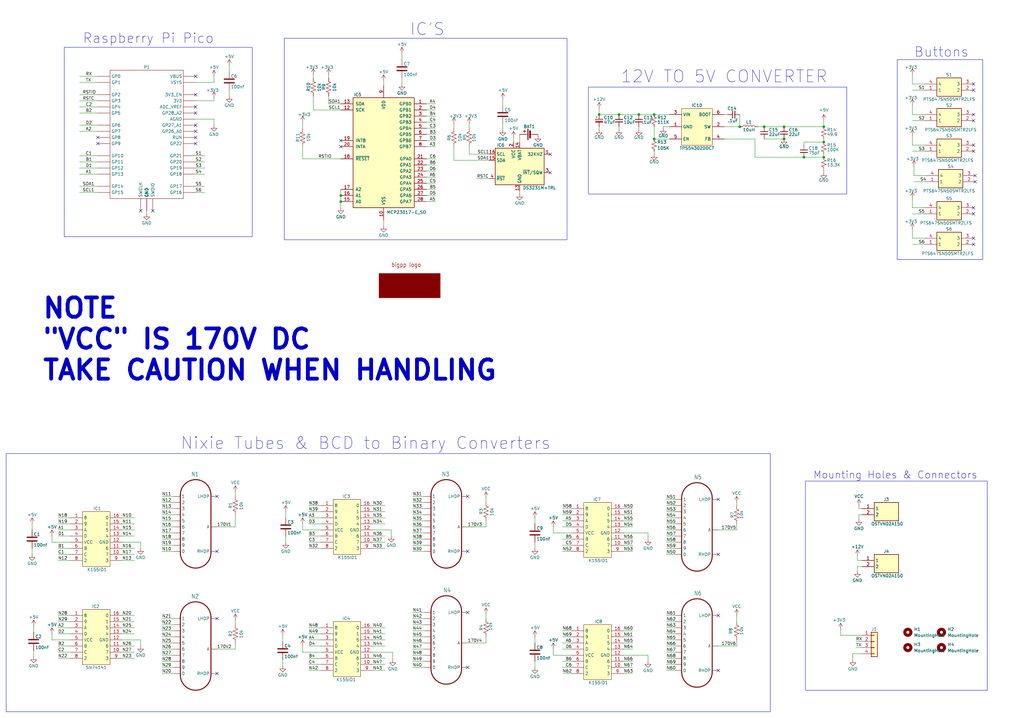
<source format=kicad_sch>
(kicad_sch (version 20230121) (generator eeschema)
  (paper "User" 425.45 298.45)
  (junction (at 271.78 47.625))
  (junction (at 265.43 47.625))
  (junction (at 342.265 65.405))
  (junction (at 342.265 59.055))
  (junction (at 141.605 81.28))
  (junction (at 248.92 47.625))
  (junction (at 342.265 52.705))
  (junction (at 307.34 52.705))
  (junction (at 257.175 47.625))
  (junction (at 271.78 57.785))
  (junction (at 317.5 52.705))
  (junction (at 141.605 83.82))
  (junction (at 334.01 65.405))
  (junction (at 325.755 52.705))
  (junction (at 325.755 57.785))
  (no_connect (at 405.13 73.025))
  (no_connect (at 298.45 278.765))
  (no_connect (at 404.495 62.865))
  (no_connect (at 81.28 31.75))
  (no_connect (at 404.495 34.925))
  (no_connect (at 404.495 50.165))
  (no_connect (at 298.45 230.505))
  (no_connect (at 194.31 277.495))
  (no_connect (at 81.28 46.99))
  (no_connect (at 404.495 86.36))
  (no_connect (at 81.28 57.15))
  (no_connect (at 228.6 64.135))
  (no_connect (at 228.6 71.755))
  (no_connect (at 404.495 47.625))
  (no_connect (at 404.495 37.465))
  (no_connect (at 404.495 60.325))
  (no_connect (at 194.31 229.235))
  (no_connect (at 298.45 207.645))
  (no_connect (at 81.28 44.45))
  (no_connect (at 194.31 206.375))
  (no_connect (at 194.31 254.635))
  (no_connect (at 90.17 206.375))
  (no_connect (at 58.42 87.63))
  (no_connect (at 40.64 59.69))
  (no_connect (at 81.28 39.37))
  (no_connect (at 298.45 255.905))
  (no_connect (at 90.17 257.175))
  (no_connect (at 404.495 88.9))
  (no_connect (at 405.13 75.565))
  (no_connect (at 404.495 101.6))
  (no_connect (at 81.28 59.69))
  (no_connect (at 141.605 58.42))
  (no_connect (at 40.64 57.15))
  (no_connect (at 90.17 280.035))
  (no_connect (at 81.28 54.61))
  (no_connect (at 404.495 99.06))
  (no_connect (at 81.28 52.07))
  (no_connect (at 63.5 87.63))
  (no_connect (at 141.605 60.96))
  (no_connect (at 90.17 229.235))
  (wire (pts (xy 259.08 277.495) (xy 262.89 277.495)))
  (wire (pts (xy 269.24 221.615) (xy 269.24 224.155)) (stroke (width 0.1524)))
  (wire (pts (xy 130.175 45.72) (xy 130.175 40.005)))
  (wire (pts (xy 176.53 208.915) (xy 171.45 208.915)) (stroke (width 0.1524)))
  (wire (pts (xy 72.39 219.075) (xy 67.31 219.075)) (stroke (width 0.1524)))
  (wire (pts (xy 356.235 235.585) (xy 356.235 237.49)) (stroke (width 0.1524)))
  (wire (pts (xy 379.73 75.565) (xy 384.81 75.565)))
  (wire (pts (xy 384.81 73.025) (xy 379.73 73.025)))
  (wire (pts (xy 177.165 60.96) (xy 180.975 60.96)))
  (wire (pts (xy 384.175 99.06) (xy 379.095 99.06)))
  (wire (pts (xy 276.86 278.765) (xy 280.67 278.765)))
  (wire (pts (xy 379.095 50.165) (xy 384.175 50.165)))
  (wire (pts (xy 259.08 224.155) (xy 262.89 224.155)))
  (wire (pts (xy 259.08 219.075) (xy 262.89 219.075)))
  (wire (pts (xy 72.39 206.375) (xy 67.31 206.375)) (stroke (width 0.1524)))
  (wire (pts (xy 276.86 273.685) (xy 280.67 273.685)))
  (wire (pts (xy 176.53 267.335) (xy 171.45 267.335)) (stroke (width 0.1524)))
  (wire (pts (xy 233.68 211.455) (xy 237.49 211.455)))
  (wire (pts (xy 125.73 66.04) (xy 125.73 60.96)))
  (wire (pts (xy 306.07 266.065) (xy 306.07 268.605)))
  (wire (pts (xy 349.25 264.16) (xy 358.14 264.16)))
  (wire (pts (xy 201.93 267.335) (xy 201.93 264.795)) (stroke (width 0.1524)))
  (wire (pts (xy 154.94 260.985) (xy 160.02 260.985)) (stroke (width 0.1524)))
  (wire (pts (xy 259.08 229.235) (xy 262.89 229.235)))
  (wire (pts (xy 154.94 266.065) (xy 160.02 266.065)) (stroke (width 0.1524)))
  (wire (pts (xy 176.53 226.695) (xy 171.45 226.695)) (stroke (width 0.1524)))
  (wire (pts (xy 176.53 272.415) (xy 171.45 272.415)) (stroke (width 0.1524)))
  (wire (pts (xy 384.175 86.36) (xy 379.095 86.36)))
  (wire (pts (xy 72.39 272.415) (xy 67.31 272.415)) (stroke (width 0.1524)))
  (wire (pts (xy 306.07 255.905) (xy 306.07 258.445)))
  (wire (pts (xy 33.02 69.85) (xy 40.64 69.85)))
  (wire (pts (xy 85.09 80.01) (xy 81.28 80.01)))
  (wire (pts (xy 50.8 227.965) (xy 55.88 227.965)) (stroke (width 0.1524)))
  (wire (pts (xy 118.745 222.885) (xy 118.745 223.52)))
  (wire (pts (xy 154.94 222.885) (xy 160.02 222.885)) (stroke (width 0.1524)))
  (wire (pts (xy 233.68 262.255) (xy 237.49 262.255)))
  (wire (pts (xy 72.39 224.155) (xy 67.31 224.155)) (stroke (width 0.1524)))
  (wire (pts (xy 95.25 37.465) (xy 95.25 40.005)) (stroke (width 0.1524)))
  (wire (pts (xy 356.235 233.045) (xy 356.235 231.14)) (stroke (width 0.1524)))
  (wire (pts (xy 233.68 269.875) (xy 237.49 269.875)))
  (wire (pts (xy 133.35 263.525) (xy 128.27 263.525)) (stroke (width 0.1524)))
  (wire (pts (xy 276.86 225.425) (xy 280.67 225.425)))
  (wire (pts (xy 271.78 52.705) (xy 271.78 57.785)))
  (wire (pts (xy 325.755 52.705) (xy 342.265 52.705)))
  (wire (pts (xy 229.87 272.415) (xy 229.87 269.875)) (stroke (width 0.1524)))
  (wire (pts (xy 203.2 74.295) (xy 198.12 74.295)) (stroke (width 0.1524)))
  (wire (pts (xy 259.08 211.455) (xy 262.89 211.455)))
  (wire (pts (xy 85.09 77.47) (xy 81.28 77.47)))
  (wire (pts (xy 177.165 73.66) (xy 180.975 73.66)))
  (wire (pts (xy 259.08 272.415) (xy 269.24 272.415)) (stroke (width 0.1524)))
  (wire (pts (xy 275.59 53.34) (xy 275.59 52.705)))
  (wire (pts (xy 154.94 263.525) (xy 160.02 263.525)) (stroke (width 0.1524)))
  (wire (pts (xy 88.9 34.29) (xy 88.9 31.75)) (stroke (width 0.1524)))
  (wire (pts (xy 265.43 52.705) (xy 265.43 53.975)))
  (wire (pts (xy 154.94 215.265) (xy 160.02 215.265)) (stroke (width 0.1524)))
  (wire (pts (xy 223.52 56.515) (xy 223.52 55.88)))
  (wire (pts (xy 222.25 217.805) (xy 222.25 215.265)) (stroke (width 0.1524)))
  (wire (pts (xy 97.79 204.47) (xy 97.79 206.375)))
  (wire (pts (xy 29.21 263.525) (xy 24.13 263.525)) (stroke (width 0.1524)))
  (wire (pts (xy 72.39 262.255) (xy 67.31 262.255)) (stroke (width 0.1524)))
  (wire (pts (xy 176.53 224.155) (xy 171.45 224.155)) (stroke (width 0.1524)))
  (wire (pts (xy 176.53 257.175) (xy 171.45 257.175)) (stroke (width 0.1524)))
  (wire (pts (xy 133.35 266.065) (xy 128.27 266.065)) (stroke (width 0.1524)))
  (wire (pts (xy 237.49 221.615) (xy 229.87 221.615)) (stroke (width 0.1524)))
  (wire (pts (xy 33.02 54.61) (xy 40.64 54.61)))
  (wire (pts (xy 154.94 227.965) (xy 160.02 227.965)) (stroke (width 0.1524)))
  (wire (pts (xy 88.9 49.53) (xy 88.9 52.07)) (stroke (width 0.1524)))
  (wire (pts (xy 194.31 267.335) (xy 201.93 267.335)) (stroke (width 0.1524)))
  (wire (pts (xy 176.53 274.955) (xy 171.45 274.955)) (stroke (width 0.1524)))
  (wire (pts (xy 194.945 53.34) (xy 194.945 51.435)) (stroke (width 0.1524)))
  (wire (pts (xy 177.165 43.18) (xy 180.975 43.18)))
  (wire (pts (xy 141.605 66.04) (xy 125.73 66.04)))
  (wire (pts (xy 300.99 47.625) (xy 302.26 47.625)))
  (wire (pts (xy 349.25 261.62) (xy 349.25 264.16)))
  (wire (pts (xy 117.475 264.16) (xy 117.475 266.7)))
  (wire (pts (xy 33.02 52.07) (xy 40.64 52.07)))
  (wire (pts (xy 133.35 215.265) (xy 128.27 215.265)) (stroke (width 0.1524)))
  (wire (pts (xy 13.97 270.51) (xy 13.97 273.05)) (stroke (width 0.1524)))
  (wire (pts (xy 379.095 37.465) (xy 384.175 37.465)))
  (wire (pts (xy 379.095 62.865) (xy 384.175 62.865)))
  (wire (pts (xy 356.87 211.455) (xy 358.14 211.455)) (stroke (width 0.1524)))
  (wire (pts (xy 233.68 216.535) (xy 237.49 216.535)))
  (wire (pts (xy 188.595 66.675) (xy 203.2 66.675)) (stroke (width 0.1524)))
  (wire (pts (xy 300.99 52.705) (xy 307.34 52.705)))
  (wire (pts (xy 133.35 278.765) (xy 128.27 278.765)) (stroke (width 0.1524)))
  (wire (pts (xy 33.02 72.39) (xy 40.64 72.39)))
  (wire (pts (xy 358.14 213.995) (xy 356.87 213.995)) (stroke (width 0.1524)))
  (wire (pts (xy 50.8 217.805) (xy 55.88 217.805)) (stroke (width 0.1524)))
  (wire (pts (xy 133.35 227.965) (xy 128.27 227.965)) (stroke (width 0.1524)))
  (wire (pts (xy 125.73 220.345) (xy 125.73 217.805)) (stroke (width 0.1524)))
  (wire (pts (xy 177.165 55.88) (xy 180.975 55.88)))
  (wire (pts (xy 259.08 269.875) (xy 262.89 269.875)))
  (wire (pts (xy 85.09 64.77) (xy 81.28 64.77)))
  (wire (pts (xy 21.59 266.065) (xy 21.59 263.525)) (stroke (width 0.1524)))
  (wire (pts (xy 276.86 266.065) (xy 280.67 266.065)))
  (wire (pts (xy 72.39 259.715) (xy 67.31 259.715)) (stroke (width 0.1524)))
  (wire (pts (xy 72.39 257.175) (xy 67.31 257.175)) (stroke (width 0.1524)))
  (wire (pts (xy 176.53 211.455) (xy 171.45 211.455)) (stroke (width 0.1524)))
  (wire (pts (xy 133.35 217.805) (xy 128.27 217.805)) (stroke (width 0.1524)))
  (wire (pts (xy 24.13 230.505) (xy 29.21 230.505)) (stroke (width 0.1524)))
  (wire (pts (xy 72.39 267.335) (xy 67.31 267.335)) (stroke (width 0.1524)))
  (wire (pts (xy 33.02 80.01) (xy 40.64 80.01)))
  (wire (pts (xy 72.39 213.995) (xy 67.31 213.995)) (stroke (width 0.1524)))
  (wire (pts (xy 163.195 271.145) (xy 163.195 274.32)) (stroke (width 0.1524)))
  (wire (pts (xy 201.93 207.01) (xy 201.93 208.915)))
  (wire (pts (xy 194.945 64.135) (xy 203.2 64.135)) (stroke (width 0.1524)))
  (wire (pts (xy 177.165 50.8) (xy 180.975 50.8)))
  (wire (pts (xy 33.02 67.31) (xy 40.64 67.31)))
  (wire (pts (xy 342.265 52.705) (xy 342.265 50.165)))
  (wire (pts (xy 356.87 210.185) (xy 356.87 211.455)) (stroke (width 0.1524)))
  (wire (pts (xy 358.14 266.7) (xy 355.6 266.7)))
  (wire (pts (xy 237.49 272.415) (xy 229.87 272.415)) (stroke (width 0.1524)))
  (wire (pts (xy 167.005 24.765) (xy 167.005 22.225)) (stroke (width 0.1524)))
  (wire (pts (xy 29.21 225.425) (xy 21.59 225.425)) (stroke (width 0.1524)))
  (wire (pts (xy 133.35 212.725) (xy 128.27 212.725)) (stroke (width 0.1524)))
  (wire (pts (xy 154.94 268.605) (xy 160.02 268.605)) (stroke (width 0.1524)))
  (wire (pts (xy 33.02 77.47) (xy 40.64 77.47)))
  (wire (pts (xy 176.53 221.615) (xy 171.45 221.615)) (stroke (width 0.1524)))
  (wire (pts (xy 276.86 217.805) (xy 280.67 217.805)))
  (wire (pts (xy 384.175 60.325) (xy 379.095 60.325)))
  (wire (pts (xy 29.21 215.265) (xy 24.13 215.265)) (stroke (width 0.1524)))
  (wire (pts (xy 97.79 269.875) (xy 97.79 267.335)) (stroke (width 0.1524)))
  (wire (pts (xy 384.175 34.925) (xy 379.095 34.925)))
  (wire (pts (xy 177.165 66.04) (xy 180.975 66.04)))
  (wire (pts (xy 55.88 260.985) (xy 50.8 260.985)) (stroke (width 0.1524)))
  (wire (pts (xy 259.08 213.995) (xy 262.89 213.995)))
  (wire (pts (xy 154.94 210.185) (xy 160.02 210.185)) (stroke (width 0.1524)))
  (wire (pts (xy 276.86 220.345) (xy 280.67 220.345)))
  (wire (pts (xy 379.095 43.815) (xy 379.095 47.625)))
  (wire (pts (xy 342.265 64.135) (xy 342.265 65.405)))
  (wire (pts (xy 133.35 220.345) (xy 125.73 220.345)) (stroke (width 0.1524)))
  (wire (pts (xy 128.27 276.225) (xy 133.35 276.225)) (stroke (width 0.1524)))
  (wire (pts (xy 72.39 274.955) (xy 67.31 274.955)) (stroke (width 0.1524)))
  (wire (pts (xy 136.525 40.005) (xy 136.525 43.18)))
  (wire (pts (xy 33.02 39.37) (xy 40.64 39.37)))
  (wire (pts (xy 13.335 217.805) (xy 13.335 220.345)))
  (wire (pts (xy 248.92 53.975) (xy 248.92 52.705)))
  (wire (pts (xy 133.35 271.145) (xy 125.73 271.145)) (stroke (width 0.1524)))
  (wire (pts (xy 133.35 225.425) (xy 128.27 225.425)) (stroke (width 0.1524)))
  (wire (pts (xy 194.945 64.135) (xy 194.945 60.96)) (stroke (width 0.1524)))
  (wire (pts (xy 271.78 62.865) (xy 271.78 64.135)))
  (wire (pts (xy 276.86 268.605) (xy 280.67 268.605)))
  (wire (pts (xy 379.73 69.215) (xy 379.73 73.025)))
  (wire (pts (xy 176.53 277.495) (xy 171.45 277.495)) (stroke (width 0.1524)))
  (wire (pts (xy 269.24 272.415) (xy 269.24 274.955)) (stroke (width 0.1524)))
  (wire (pts (xy 33.02 34.29) (xy 40.64 34.29)))
  (wire (pts (xy 259.08 274.955) (xy 262.89 274.955)))
  (wire (pts (xy 342.265 70.485) (xy 342.265 71.755)))
  (wire (pts (xy 133.35 268.605) (xy 128.27 268.605)) (stroke (width 0.1524)))
  (wire (pts (xy 317.5 57.785) (xy 325.755 57.785)))
  (wire (pts (xy 177.165 83.82) (xy 180.975 83.82)))
  (wire (pts (xy 97.79 257.81) (xy 97.79 259.715)))
  (wire (pts (xy 176.53 259.715) (xy 171.45 259.715)) (stroke (width 0.1524)))
  (wire (pts (xy 72.39 226.695) (xy 67.31 226.695)) (stroke (width 0.1524)))
  (wire (pts (xy 379.095 101.6) (xy 384.175 101.6)))
  (wire (pts (xy 72.39 211.455) (xy 67.31 211.455)) (stroke (width 0.1524)))
  (wire (pts (xy 233.68 219.075) (xy 237.49 219.075)))
  (wire (pts (xy 159.385 91.44) (xy 159.385 93.98)))
  (wire (pts (xy 50.8 273.685) (xy 55.88 273.685)) (stroke (width 0.1524)))
  (wire (pts (xy 177.165 58.42) (xy 180.975 58.42)))
  (wire (pts (xy 215.9 80.645) (xy 215.9 79.375)))
  (wire (pts (xy 125.73 53.34) (xy 125.73 50.8)) (stroke (width 0.1524)))
  (wire (pts (xy 271.78 57.785) (xy 278.13 57.785)))
  (wire (pts (xy 276.86 255.905) (xy 280.67 255.905)))
  (wire (pts (xy 136.525 43.18) (xy 141.605 43.18)))
  (wire (pts (xy 33.02 31.75) (xy 40.64 31.75)))
  (wire (pts (xy 276.86 276.225) (xy 280.67 276.225)))
  (wire (pts (xy 72.39 208.915) (xy 67.31 208.915)) (stroke (width 0.1524)))
  (wire (pts (xy 33.02 46.99) (xy 40.64 46.99)))
  (wire (pts (xy 177.165 48.26) (xy 180.975 48.26)))
  (wire (pts (xy 248.92 47.625) (xy 248.92 45.085)))
  (wire (pts (xy 317.5 52.705) (xy 325.755 52.705)))
  (wire (pts (xy 50.8 220.345) (xy 55.88 220.345)) (stroke (width 0.1524)))
  (wire (pts (xy 354.33 271.78) (xy 354.33 274.32)))
  (wire (pts (xy 133.35 273.685) (xy 128.27 273.685)) (stroke (width 0.1524)))
  (wire (pts (xy 229.87 221.615) (xy 229.87 219.075)) (stroke (width 0.1524)))
  (wire (pts (xy 72.39 229.235) (xy 67.31 229.235)) (stroke (width 0.1524)))
  (wire (pts (xy 50.8 263.525) (xy 55.88 263.525)) (stroke (width 0.1524)))
  (wire (pts (xy 276.86 215.265) (xy 280.67 215.265)))
  (wire (pts (xy 233.68 274.955) (xy 237.49 274.955)))
  (wire (pts (xy 29.21 233.045) (xy 24.13 233.045)) (stroke (width 0.1524)))
  (wire (pts (xy 154.94 217.805) (xy 160.02 217.805)) (stroke (width 0.1524)))
  (wire (pts (xy 85.09 72.39) (xy 81.28 72.39)))
  (wire (pts (xy 300.99 57.785) (xy 313.69 57.785)))
  (wire (pts (xy 358.14 269.24) (xy 355.6 269.24)))
  (wire (pts (xy 29.21 220.345) (xy 24.13 220.345)) (stroke (width 0.1524)))
  (wire (pts (xy 176.53 219.075) (xy 171.45 219.075)) (stroke (width 0.1524)))
  (wire (pts (xy 176.53 216.535) (xy 171.45 216.535)) (stroke (width 0.1524)))
  (wire (pts (xy 248.92 47.625) (xy 257.175 47.625)))
  (wire (pts (xy 154.94 225.425) (xy 160.02 225.425)) (stroke (width 0.1524)))
  (wire (pts (xy 259.08 262.255) (xy 262.89 262.255)))
  (wire (pts (xy 125.73 271.145) (xy 125.73 268.605)) (stroke (width 0.1524)))
  (wire (pts (xy 342.265 59.055) (xy 334.01 59.055)))
  (wire (pts (xy 118.745 212.725) (xy 118.745 215.265)))
  (wire (pts (xy 233.68 264.795) (xy 237.49 264.795)))
  (wire (pts (xy 85.09 69.85) (xy 81.28 69.85)))
  (wire (pts (xy 313.69 57.785) (xy 313.69 65.405)))
  (wire (pts (xy 154.94 212.725) (xy 160.02 212.725)) (stroke (width 0.1524)))
  (wire (pts (xy 276.86 207.645) (xy 280.67 207.645)))
  (wire (pts (xy 29.21 273.685) (xy 24.13 273.685)) (stroke (width 0.1524)))
  (wire (pts (xy 85.09 67.31) (xy 81.28 67.31)))
  (wire (pts (xy 141.605 81.28) (xy 141.605 83.82)))
  (wire (pts (xy 50.8 215.265) (xy 55.88 215.265)) (stroke (width 0.1524)))
  (wire (pts (xy 188.595 66.675) (xy 188.595 61.595)) (stroke (width 0.1524)))
  (wire (pts (xy 259.08 221.615) (xy 269.24 221.615)) (stroke (width 0.1524)))
  (wire (pts (xy 29.21 258.445) (xy 24.13 258.445)) (stroke (width 0.1524)))
  (wire (pts (xy 379.095 88.9) (xy 384.175 88.9)))
  (wire (pts (xy 29.21 217.805) (xy 24.13 217.805)) (stroke (width 0.1524)))
  (wire (pts (xy 141.605 78.74) (xy 141.605 81.28)))
  (wire (pts (xy 276.86 263.525) (xy 280.67 263.525)))
  (wire (pts (xy 188.595 60.96) (xy 188.595 61.595)))
  (wire (pts (xy 154.94 276.225) (xy 160.02 276.225)) (stroke (width 0.1524)))
  (wire (pts (xy 356.87 213.995) (xy 356.87 215.9)) (stroke (width 0.1524)))
  (wire (pts (xy 176.53 269.875) (xy 171.45 269.875)) (stroke (width 0.1524)))
  (wire (pts (xy 50.8 266.065) (xy 58.42 266.065)) (stroke (width 0.1524)))
  (wire (pts (xy 72.39 280.035) (xy 67.31 280.035)) (stroke (width 0.1524)))
  (wire (pts (xy 88.9 40.64) (xy 88.9 41.91)))
  (wire (pts (xy 130.175 31.115) (xy 130.175 32.385)))
  (wire (pts (xy 259.08 280.035) (xy 262.89 280.035)))
  (wire (pts (xy 29.21 266.065) (xy 21.59 266.065)) (stroke (width 0.1524)))
  (wire (pts (xy 276.86 222.885) (xy 280.67 222.885)))
  (wire (pts (xy 50.8 233.045) (xy 55.88 233.045)) (stroke (width 0.1524)))
  (wire (pts (xy 358.14 235.585) (xy 356.235 235.585)) (stroke (width 0.1524)))
  (wire (pts (xy 90.17 219.075) (xy 97.79 219.075)) (stroke (width 0.1524)))
  (wire (pts (xy 154.94 220.345) (xy 162.56 220.345)) (stroke (width 0.1524)))
  (wire (pts (xy 50.8 268.605) (xy 55.88 268.605)) (stroke (width 0.1524)))
  (wire (pts (xy 50.8 271.145) (xy 55.88 271.145)) (stroke (width 0.1524)))
  (wire (pts (xy 72.39 277.495) (xy 67.31 277.495)) (stroke (width 0.1524)))
  (wire (pts (xy 379.095 95.25) (xy 379.095 99.06)))
  (wire (pts (xy 29.21 227.965) (xy 24.13 227.965)) (stroke (width 0.1524)))
  (wire (pts (xy 167.005 32.385) (xy 167.005 34.925)) (stroke (width 0.1524)))
  (wire (pts (xy 133.35 260.985) (xy 128.27 260.985)) (stroke (width 0.1524)))
  (wire (pts (xy 133.35 210.185) (xy 128.27 210.185)) (stroke (width 0.1524)))
  (wire (pts (xy 81.28 49.53) (xy 88.9 49.53)) (stroke (width 0.1524)))
  (wire (pts (xy 50.8 258.445) (xy 55.88 258.445)) (stroke (width 0.1524)))
  (wire (pts (xy 276.86 212.725) (xy 280.67 212.725)))
  (wire (pts (xy 97.79 219.075) (xy 97.79 213.995)) (stroke (width 0.1524)))
  (wire (pts (xy 194.31 219.075) (xy 201.93 219.075)) (stroke (width 0.1524)))
  (wire (pts (xy 233.68 224.155) (xy 237.49 224.155)))
  (wire (pts (xy 133.35 222.885) (xy 128.27 222.885)) (stroke (width 0.1524)))
  (wire (pts (xy 208.915 51.435) (xy 208.915 53.975)) (stroke (width 0.1524)))
  (wire (pts (xy 29.21 271.145) (xy 24.13 271.145)) (stroke (width 0.1524)))
  (wire (pts (xy 176.53 264.795) (xy 171.45 264.795)) (stroke (width 0.1524)))
  (wire (pts (xy 177.165 45.72) (xy 180.975 45.72)))
  (wire (pts (xy 384.175 47.625) (xy 379.095 47.625)))
  (wire (pts (xy 163.195 271.145) (xy 154.94 271.145)) (stroke (width 0.1524)))
  (wire (pts (xy 276.86 230.505) (xy 280.67 230.505)))
  (wire (pts (xy 379.095 82.55) (xy 379.095 86.36)))
  (wire (pts (xy 215.9 55.88) (xy 215.9 59.055)))
  (wire (pts (xy 29.21 222.885) (xy 24.13 222.885)) (stroke (width 0.1524)))
  (wire (pts (xy 33.02 44.45) (xy 40.64 44.45)))
  (wire (pts (xy 13.97 260.35) (xy 13.97 262.89)))
  (wire (pts (xy 233.68 229.235) (xy 237.49 229.235)))
  (wire (pts (xy 222.25 225.425) (xy 222.25 227.965)) (stroke (width 0.1524)))
  (wire (pts (xy 95.25 29.845) (xy 95.25 27.305)) (stroke (width 0.1524)))
  (wire (pts (xy 259.08 264.795) (xy 262.89 264.795)))
  (wire (pts (xy 354.33 271.78) (xy 358.14 271.78)))
  (wire (pts (xy 50.8 222.885) (xy 55.88 222.885)) (stroke (width 0.1524)))
  (wire (pts (xy 213.36 57.15) (xy 213.36 59.055)))
  (wire (pts (xy 50.8 225.425) (xy 58.42 225.425)) (stroke (width 0.1524)))
  (wire (pts (xy 257.175 47.625) (xy 265.43 47.625)))
  (wire (pts (xy 233.68 267.335) (xy 237.49 267.335)))
  (wire (pts (xy 201.93 255.27) (xy 201.93 257.175)))
  (wire (pts (xy 379.095 31.115) (xy 379.095 34.925)))
  (wire (pts (xy 60.96 87.63) (xy 60.96 88.9)) (stroke (width 0.1524)))
  (wire (pts (xy 33.02 41.91) (xy 40.64 41.91)))
  (wire (pts (xy 275.59 52.705) (xy 278.13 52.705)))
  (wire (pts (xy 13.335 227.965) (xy 13.335 230.505)) (stroke (width 0.1524)))
  (wire (pts (xy 159.385 33.655) (xy 159.385 35.56)))
  (wire (pts (xy 259.08 267.335) (xy 262.89 267.335)))
  (wire (pts (xy 276.86 258.445) (xy 280.67 258.445)))
  (wire (pts (xy 259.08 226.695) (xy 262.89 226.695)))
  (wire (pts (xy 314.96 52.705) (xy 317.5 52.705)))
  (wire (pts (xy 176.53 229.235) (xy 171.45 229.235)) (stroke (width 0.1524)))
  (wire (pts (xy 276.86 271.145) (xy 280.67 271.145)))
  (wire (pts (xy 257.175 52.705) (xy 257.175 53.975)))
  (wire (pts (xy 136.525 31.115) (xy 136.525 32.385)))
  (wire (pts (xy 21.59 225.425) (xy 21.59 222.885)) (stroke (width 0.1524)))
  (wire (pts (xy 233.68 226.695) (xy 237.49 226.695)))
  (wire (pts (xy 233.68 280.035) (xy 237.49 280.035)))
  (wire (pts (xy 222.25 267.335) (xy 222.25 264.795)) (stroke (width 0.1524)))
  (wire (pts (xy 117.475 274.32) (xy 117.475 276.86)) (stroke (width 0.1524)))
  (wire (pts (xy 154.94 273.685) (xy 160.02 273.685)) (stroke (width 0.1524)))
  (wire (pts (xy 176.53 206.375) (xy 171.45 206.375)) (stroke (width 0.1524)))
  (wire (pts (xy 141.605 86.36) (xy 141.605 83.82)))
  (wire (pts (xy 177.165 53.34) (xy 180.975 53.34)))
  (wire (pts (xy 90.17 269.875) (xy 97.79 269.875)) (stroke (width 0.1524)))
  (wire (pts (xy 177.165 71.12) (xy 180.975 71.12)))
  (wire (pts (xy 233.68 277.495) (xy 237.49 277.495)))
  (wire (pts (xy 307.34 47.625) (xy 307.34 52.705)))
  (wire (pts (xy 342.265 57.785) (xy 342.265 59.055)))
  (wire (pts (xy 72.39 264.795) (xy 67.31 264.795)) (stroke (width 0.1524)))
  (wire (pts (xy 313.69 65.405) (xy 334.01 65.405)))
  (wire (pts (xy 265.43 47.625) (xy 271.78 47.625)))
  (wire (pts (xy 208.915 43.815) (xy 208.915 41.275)) (stroke (width 0.1524)))
  (wire (pts (xy 334.01 59.055) (xy 334.01 60.325)))
  (wire (pts (xy 233.68 213.995) (xy 237.49 213.995)))
  (wire (pts (xy 306.07 208.915) (xy 306.07 210.185)))
  (wire (pts (xy 276.86 210.185) (xy 280.67 210.185)))
  (wire (pts (xy 130.175 45.72) (xy 141.605 45.72)))
  (wire (pts (xy 81.28 41.91) (xy 88.9 41.91)))
  (wire (pts (xy 154.94 278.765) (xy 160.02 278.765)) (stroke (width 0.1524)))
  (wire (pts (xy 259.08 216.535) (xy 262.89 216.535)))
  (wire (pts (xy 29.21 255.905) (xy 24.13 255.905)) (stroke (width 0.1524)))
  (wire (pts (xy 72.39 216.535) (xy 67.31 216.535)) (stroke (width 0.1524)))
  (wire (pts (xy 33.02 64.77) (xy 40.64 64.77)))
  (wire (pts (xy 58.42 225.425) (xy 58.42 227.965)) (stroke (width 0.1524)))
  (wire (pts (xy 306.07 220.345) (xy 298.45 220.345)))
  (wire (pts (xy 334.01 65.405) (xy 342.265 65.405)))
  (wire (pts (xy 176.53 262.255) (xy 171.45 262.255)) (stroke (width 0.1524)))
  (wire (pts (xy 177.165 81.28) (xy 180.975 81.28)))
  (wire (pts (xy 176.53 213.995) (xy 171.45 213.995)) (stroke (width 0.1524)))
  (wire (pts (xy 162.56 220.345) (xy 162.56 222.885)) (stroke (width 0.1524)))
  (wire (pts (xy 81.28 34.29) (xy 88.9 34.29)) (stroke (width 0.1524)))
  (wire (pts (xy 72.39 221.615) (xy 67.31 221.615)) (stroke (width 0.1524)))
  (wire (pts (xy 58.42 266.065) (xy 58.42 268.605)) (stroke (width 0.1524)))
  (wire (pts (xy 356.235 233.045) (xy 358.14 233.045)) (stroke (width 0.1524)))
  (wire (pts (xy 177.165 68.58) (xy 180.975 68.58)))
  (wire (pts (xy 177.165 76.2) (xy 180.975 76.2)))
  (wire (pts (xy 72.39 269.875) (xy 67.31 269.875)) (stroke (width 0.1524)))
  (wire (pts (xy 50.8 230.505) (xy 55.88 230.505)) (stroke (width 0.1524)))
  (wire (pts (xy 29.21 260.985) (xy 24.13 260.985)) (stroke (width 0.1524)))
  (wire (pts (xy 298.45 268.605) (xy 306.07 268.605)))
  (wire (pts (xy 271.78 47.625) (xy 278.13 47.625)))
  (wire (pts (xy 222.25 274.955) (xy 222.25 277.495)) (stroke (width 0.1524)))
  (wire (pts (xy 29.21 268.605) (xy 24.13 268.605)) (stroke (width 0.1524)))
  (wire (pts (xy 118.745 222.885) (xy 118.745 225.425)) (stroke (width 0.1524)))
  (wire (pts (xy 50.8 255.905) (xy 55.88 255.905)) (stroke (width 0.1524)))
  (wire (pts (xy 177.165 78.74) (xy 180.975 78.74)))
  (wire (pts (xy 188.595 51.435) (xy 188.595 53.34)))
  (wire (pts (xy 176.53 254.635) (xy 171.45 254.635)) (stroke (width 0.1524)))
  (wire (pts (xy 379.095 56.515) (xy 379.095 60.325)))
  (wire (pts (xy 306.07 217.805) (xy 306.07 220.345)))
  (wire (pts (xy 201.93 219.075) (xy 201.93 216.535)) (stroke (width 0.1524)))
  (wire (pts (xy 276.86 227.965) (xy 280.67 227.965)))
  (wire (pts (xy 276.86 260.985) (xy 280.67 260.985)))
  (wire (pts (xy 194.31 219.075) (xy 196.85 219.075)))
  (rectangle (start 372.745 24.765) (end 408.305 107.95))
  (rectangle (start 118.11 15.875) (end 235.585 99.695))
  (rectangle (start 26.67 19.685) (end 104.775 98.425))
  (rectangle (start 2.54 188.595) (end 320.04 295.91))
  (rectangle (start 244.475 36.195) (end 351.79 80.645))
  (rectangle (start 334.645 200.025) (end 410.21 287.02))
  (text "Mounting Holes & Connectors" (at 337.82 199.39 0) (effects (font (size 3 3)) (justify left bottom)))
  (text "NOTE\n\"VCC\" IS 170V DC\nTAKE CAUTION WHEN HANDLING" (at 17.145 158.75 0) (effects (font (size 8 8) (thickness 1.6) bold) (justify left bottom)))
  (text "Raspberry Pi Pico" (at 34.29 18.415 0) (effects (font (size 4 4)) (justify left bottom)))
  (text "Buttons" (at 379.73 24.13 0) (effects (font (size 4 4)) (justify left bottom)))
  (text "12V TO 5V CONVERTER" (at 257.81 34.925 0) (effects (font (size 5 5)) (justify left bottom)))
  (text "Nixie Tubes & BCD to Binary Converters" (at 74.93 187.325 0) (effects (font (size 5 5)) (justify left bottom)))
  (text "IC'S" (at 170.18 15.24 0) (effects (font (size 5 5)) (justify left bottom)))
  (label "S6" (at 83.82 80.01 180))
  (label "N29" (at 24.13 258.445 0) (effects (font (size 1.2446 1.2446))))
  (label "C2" (at 35.56 44.45 0))
  (label "N27" (at 67.31 272.415 0) (effects (font (size 1.2446 1.2446))))
  (label "S5" (at 83.82 77.47 180))
  (label "N51" (at 276.86 207.645 0))
  (label "N20" (at 50.8 255.905 0) (effects (font (size 1.2446 1.2446))))
  (label "D3" (at 178.435 58.42 0))
  (label "N26" (at 67.31 269.875 0) (effects (font (size 1.2446 1.2446))))
  (label "N17" (at 50.8 230.505 0) (effects (font (size 1.2446 1.2446))))
  (label "N37" (at 171.45 221.615 0) (effects (font (size 1.2446 1.2446))))
  (label "N15" (at 50.8 220.345 0) (effects (font (size 1.2446 1.2446))))
  (label "N60" (at 276.86 278.765 0))
  (label "N45" (at 154.94 266.065 0) (effects (font (size 1.2446 1.2446))))
  (label "RSTIO" (at 137.795 66.04 180))
  (label "N39" (at 128.27 212.725 0) (effects (font (size 1.2446 1.2446))))
  (label "N67" (at 276.86 271.145 0))
  (label "B4" (at 128.27 273.685 0) (effects (font (size 1.2446 1.2446))))
  (label "N68" (at 233.68 262.255 0))
  (label "N46" (at 154.94 273.685 0) (effects (font (size 1.2446 1.2446))))
  (label "S6" (at 381.635 101.6 0))
  (label "RSTC" (at 198.12 74.295 0))
  (label "N56" (at 276.86 220.345 0))
  (label "N49" (at 171.45 274.955 0) (effects (font (size 1.2446 1.2446))))
  (label "N68" (at 276.86 273.685 0))
  (label "N69" (at 276.86 276.225 0))
  (label "N55" (at 276.86 217.805 0))
  (label "B2" (at 24.13 268.605 0) (effects (font (size 1.2446 1.2446))))
  (label "C2" (at 24.13 271.145 0) (effects (font (size 1.2446 1.2446))))
  (label "D3" (at 128.27 217.805 0) (effects (font (size 1.2446 1.2446))))
  (label "N24" (at 50.8 263.525 0) (effects (font (size 1.2446 1.2446))))
  (label "N61" (at 276.86 255.905 0))
  (label "N59" (at 233.68 213.995 0))
  (label "B6" (at 234.95 274.955 0))
  (label "170V1" (at 90.17 219.075 0) (effects (font (size 1.2446 1.2446))))
  (label "D2" (at 24.13 263.525 0) (effects (font (size 1.2446 1.2446))))
  (label "TX" (at 355.6 269.24 0))
  (label "N65" (at 259.08 267.335 0))
  (label "N33" (at 154.94 227.965 0) (effects (font (size 1.2446 1.2446))))
  (label "N22" (at 67.31 259.715 0) (effects (font (size 1.2446 1.2446))))
  (label "N28" (at 67.31 274.955 0) (effects (font (size 1.2446 1.2446))))
  (label "N32" (at 171.45 208.915 0) (effects (font (size 1.2446 1.2446))))
  (label "N16" (at 67.31 219.075 0) (effects (font (size 1.2446 1.2446))))
  (label "SDA1" (at 136.525 43.18 0))
  (label "N12" (at 67.31 208.915 0) (effects (font (size 1.2446 1.2446))))
  (label "N62" (at 233.68 280.035 0))
  (label "B5" (at 234.95 224.155 0))
  (label "C1" (at 35.56 64.77 0))
  (label "A2" (at 24.13 260.985 0) (effects (font (size 1.2446 1.2446))))
  (label "N54" (at 276.86 215.265 0))
  (label "C4" (at 128.27 276.225 0) (effects (font (size 1.2446 1.2446))))
  (label "N52" (at 276.86 210.185 0))
  (label "N26" (at 50.8 268.605 0) (effects (font (size 1.2446 1.2446))))
  (label "S5" (at 381.635 88.9 0))
  (label "N16" (at 50.8 227.965 0) (effects (font (size 1.2446 1.2446))))
  (label "A6" (at 178.435 73.66 0))
  (label "C5" (at 178.435 76.2 0))
  (label "N50" (at 276.86 230.505 0))
  (label "S1" (at 381.635 37.465 0))
  (label "A1" (at 35.56 72.39 0))
  (label "N42" (at 128.27 278.765 0) (effects (font (size 1.2446 1.2446))))
  (label "C1" (at 24.13 230.505 0) (effects (font (size 1.2446 1.2446))))
  (label "N45" (at 171.45 264.795 0) (effects (font (size 1.2446 1.2446))))
  (label "RSTC" (at 34.29 41.91 0))
  (label "B4" (at 178.435 48.26 0))
  (label "N32" (at 128.27 227.965 0) (effects (font (size 1.2446 1.2446))))
  (label "N60" (at 259.08 262.255 0))
  (label "N23" (at 50.8 273.685 0) (effects (font (size 1.2446 1.2446))))
  (label "N20" (at 67.31 280.035 0) (effects (font (size 1.2446 1.2446))))
  (label "N49" (at 128.27 263.525 0) (effects (font (size 1.2446 1.2446))))
  (label "N24" (at 67.31 264.795 0) (effects (font (size 1.2446 1.2446))))
  (label "B3" (at 128.27 222.885 0) (effects (font (size 1.2446 1.2446))))
  (label "N19" (at 67.31 226.695 0) (effects (font (size 1.2446 1.2446))))
  (label "SDA1" (at 203.2 66.675 180) (effects (font (size 1.2446 1.2446))))
  (label "A4" (at 178.435 43.18 0))
  (label "N44" (at 171.45 262.255 0) (effects (font (size 1.2446 1.2446))))
  (label "D2" (at 35.56 52.07 0))
  (label "D1" (at 24.13 222.885 0) (effects (font (size 1.2446 1.2446))))
  (label "A5" (at 234.95 216.535 0))
  (label "N50" (at 259.08 211.455 0))
  (label "N39" (at 171.45 226.695 0) (effects (font (size 1.2446 1.2446))))
  (label "N36" (at 154.94 222.885 0) (effects (font (size 1.2446 1.2446))))
  (label "A2" (at 35.56 54.61 0))
  (label "A6" (at 234.95 267.335 0))
  (label "SCL1" (at 136.525 45.72 0))
  (label "N47" (at 171.45 269.875 0) (effects (font (size 1.2446 1.2446))))
  (label "SDA1" (at 34.29 77.47 0))
  (label "A4" (at 128.27 266.065 0) (effects (font (size 1.2446 1.2446))))
  (label "SCL1" (at 203.2 64.135 180) (effects (font (size 1.2446 1.2446))))
  (label "N41" (at 154.94 263.525 0) (effects (font (size 1.2446 1.2446))))
  (label "B1" (at 24.13 227.965 0) (effects (font (size 1.2446 1.2446))))
  (label "N40" (at 154.94 260.985 0) (effects (font (size 1.2446 1.2446))))
  (label "S2" (at 83.82 67.31 180))
  (label "N63" (at 259.08 280.035 0))
  (label "N65" (at 276.86 266.065 0))
  (label "N58" (at 276.86 225.425 0))
  (label "N10" (at 67.31 229.235 0) (effects (font (size 1.2446 1.2446))))
  (label "170V2" (at 90.17 269.875 0) (effects (font (size 1.2446 1.2446))))
  (label "D6" (at 178.435 71.12 0))
  (label "N58" (at 233.68 211.455 0))
  (label "N12" (at 24.13 233.045 0) (effects (font (size 1.2446 1.2446))))
  (label "N46" (at 171.45 267.335 0) (effects (font (size 1.2446 1.2446))))
  (label "N15" (at 67.31 216.535 0) (effects (font (size 1.2446 1.2446))))
  (label "N53" (at 259.08 229.235 0))
  (label "B6" (at 178.435 68.58 0))
  (label "N21" (at 50.8 258.445 0) (effects (font (size 1.2446 1.2446))))
  (label "N33" (at 171.45 211.455 0) (effects (font (size 1.2446 1.2446))))
  (label "B2" (at 35.56 46.99 0))
  (label "170V6" (at 299.72 268.605 0))
  (label "N14" (at 50.8 222.885 0) (effects (font (size 1.2446 1.2446))))
  (label "N21" (at 67.31 257.175 0) (effects (font (size 1.2446 1.2446))))
  (label "N13" (at 50.8 233.045 0) (effects (font (size 1.2446 1.2446))))
  (label "N40" (at 171.45 277.495 0) (effects (font (size 1.2446 1.2446))))
  (label "N37" (at 154.94 225.425 0) (effects (font (size 1.2446 1.2446))))
  (label "N57" (at 276.86 222.885 0))
  (label "N17" (at 67.31 221.615 0) (effects (font (size 1.2446 1.2446))))
  (label "N27" (at 50.8 271.145 0) (effects (font (size 1.2446 1.2446))))
  (label "N11" (at 67.31 206.375 0) (effects (font (size 1.2446 1.2446))))
  (label "C3" (at 178.435 53.34 0))
  (label "N42" (at 171.45 257.175 0) (effects (font (size 1.2446 1.2446))))
  (label "N69" (at 233.68 264.795 0))
  (label "N34" (at 171.45 213.995 0) (effects (font (size 1.2446 1.2446))))
  (label "S3" (at 381.635 62.865 0))
  (label "SCL1" (at 34.29 80.01 0))
  (label "N43" (at 171.45 259.715 0) (effects (font (size 1.2446 1.2446))))
  (label "N66" (at 259.08 274.955 0))
  (label "N43" (at 154.94 278.765 0) (effects (font (size 1.2446 1.2446))))
  (label "N52" (at 233.68 229.235 0))
  (label "N64" (at 276.86 263.525 0))
  (label "N25" (at 67.31 267.335 0) (effects (font (size 1.2446 1.2446))))
  (label "N63" (at 276.86 260.985 0))
  (label "C5" (at 234.95 226.695 0))
  (label "N18" (at 24.13 215.265 0) (effects (font (size 1.2446 1.2446))))
  (label "C3" (at 128.27 225.425 0) (effects (font (size 1.2446 1.2446))))
  (label "N31" (at 154.94 212.725 0) (effects (font (size 1.2446 1.2446))))
  (label "N41" (at 171.45 254.635 0) (effects (font (size 1.2446 1.2446))))
  (label "N13" (at 67.31 211.455 0) (effects (font (size 1.2446 1.2446))))
  (label "N38" (at 128.27 210.185 0) (effects (font (size 1.2446 1.2446))))
  (label "N35" (at 154.94 215.265 0) (effects (font (size 1.2446 1.2446))))
  (label "N35" (at 171.45 216.535 0) (effects (font (size 1.2446 1.2446))))
  (label "C6" (at 234.95 277.495 0))
  (label "N48" (at 171.45 272.415 0) (effects (font (size 1.2446 1.2446))))
  (label "S4" (at 382.27 75.565 0))
  (label "RSTIO" (at 34.29 39.37 0))
  (label "N19" (at 24.13 217.805 0) (effects (font (size 1.2446 1.2446))))
  (label "170V3" (at 194.31 219.075 0) (effects (font (size 1.2446 1.2446))))
  (label "N44" (at 154.94 268.605 0) (effects (font (size 1.2446 1.2446))))
  (label "170V4" (at 194.31 267.335 0) (effects (font (size 1.2446 1.2446))))
  (label "N11" (at 50.8 217.805 0) (effects (font (size 1.2446 1.2446))))
  (label "S1" (at 83.82 64.77 180))
  (label "B3" (at 178.435 55.88 0))
  (label "C6" (at 178.435 66.04 0))
  (label "N62" (at 276.86 258.445 0))
  (label "N47" (at 154.94 276.225 0) (effects (font (size 1.2446 1.2446))))
  (label "N48" (at 128.27 260.985 0) (effects (font (size 1.2446 1.2446))))
  (label "N30" (at 171.45 229.235 0) (effects (font (size 1.2446 1.2446))))
  (label "S3" (at 83.82 69.85 180))
  (label "S4" (at 83.82 72.39 180))
  (label "TX" (at 35.56 34.29 0))
  (label "D4" (at 128.27 268.605 0) (effects (font (size 1.2446 1.2446))))
  (label "N22" (at 24.13 273.685 0) (effects (font (size 1.2446 1.2446))))
  (label "S2" (at 381.635 50.165 0))
  (label "N66" (at 276.86 268.605 0))
  (label "C4" (at 178.435 50.8 0))
  (label "N59" (at 276.86 227.965 0))
  (label "D6" (at 234.95 269.875 0))
  (label "N10" (at 50.8 215.265 0) (effects (font (size 1.2446 1.2446))))
  (label "A3" (at 178.435 60.96 0))
  (label "N18" (at 67.31 224.155 0) (effects (font (size 1.2446 1.2446))))
  (label "N31" (at 171.45 206.375 0) (effects (font (size 1.2446 1.2446))))
  (label "D1" (at 35.56 69.85 0))
  (label "D5" (at 234.95 219.075 0))
  (label "N54" (at 259.08 219.075 0))
  (label "N57" (at 259.08 226.695 0))
  (label "B1" (at 35.56 67.31 0))
  (label "N64" (at 259.08 269.875 0))
  (label "RX" (at 355.6 266.7 0))
  (label "N28" (at 24.13 255.905 0) (effects (font (size 1.2446 1.2446))))
  (label "N38" (at 171.45 224.155 0) (effects (font (size 1.2446 1.2446))))
  (label "N55" (at 259.08 216.535 0))
  (label "N14" (at 67.31 213.995 0) (effects (font (size 1.2446 1.2446))))
  (label "D4" (at 178.435 45.72 0))
  (label "N23" (at 67.31 262.255 0) (effects (font (size 1.2446 1.2446))))
  (label "N53" (at 276.86 212.725 0))
  (label "N34" (at 154.94 217.805 0) (effects (font (size 1.2446 1.2446))))
  (label "N51" (at 259.08 213.995 0))
  (label "A1" (at 24.13 220.345 0) (effects (font (size 1.2446 1.2446))))
  (label "D5" (at 178.435 81.28 0))
  (label "N30" (at 154.94 210.185 0) (effects (font (size 1.2446 1.2446))))
  (label "N67" (at 259.08 277.495 0))
  (label "N25" (at 50.8 260.985 0) (effects (font (size 1.2446 1.2446))))
  (label "B5" (at 178.435 78.74 0))
  (label "170V5" (at 299.72 220.345 0))
  (label "RX" (at 35.56 31.75 0))
  (label "N56" (at 259.08 224.155 0))
  (label "N36" (at 171.45 219.075 0) (effects (font (size 1.2446 1.2446))))
  (label "A3" (at 128.27 215.265 0) (effects (font (size 1.2446 1.2446))))
  (label "A5" (at 178.435 83.82 0))
  (label "N29" (at 67.31 277.495 0) (effects (font (size 1.2446 1.2446))))
  (label "N61" (at 259.08 264.795 0))
  (symbol (lib_id "Device:R_US") (at 306.07 262.255 180) (unit 1)
    (property "Reference" "R8" (at 302.895 260.985 90) (effects (justify left bottom)))
    (property "Value" "10k" (at 307.34 260.35 90) (effects (justify left bottom)))
    (property "Footprint" "Resistor_SMD:R_0805_2012Metric" (effects hide))
  )
  (symbol (lib_id "OSTVN02A150:OSTVN02A150") (at 358.14 233.045 0) (unit 1)
    (property "Reference" "J4" (at 367.03 229.235 0) (effects (justify left)))
    (property "Value" "OSTVN02A150" (at 361.95 239.395 0) (effects (justify left)))
    (property "Footprint" "OSTVN02A150" (effects hide))
    (property "Datasheet" "https://www.arrow.com/en/products/ostvn02a150/on-shore-technology" (effects hide))
    (property "Height" "8.8" (effects hide))
    (property "Manufacturer_Name" "On Shore Technology Inc." (effects hide))
    (property "Manufacturer_Part_Number" "OSTVN02A150" (effects hide))
    (property "Arrow Part Number" "OSTVN02A150" (effects hide))
    (property "Arrow Price/Stock" "https://www.arrow.com/en/products/ostvn02a150/on-shore-technology?region=nac" (effects hide))
  )
  (symbol (lib_id "power:+3V3") (at 88.9 40.64 0) (unit 1)
    (property "Reference" "#PWR028" (effects hide))
    (property "Value" "+3V3" (at 88.265 37.465 0))
  )
  (symbol (lib_id "TPS54302DDCT:TPS54302DDCT") (at 278.13 47.625 0) (unit 1)
    (property "Reference" "IC10" (at 289.56 43.815 0))
    (property "Value" "TPS54302DDCT" (at 289.56 61.595 0))
    (property "Footprint" "SOT95P280X110-6N" (effects hide))
    (property "Datasheet" "https://componentsearchengine.com/Datasheets/2/TPS54302DDCT.pdf" (effects hide))
    (property "Height" "1.1" (effects hide))
    (property "Manufacturer_Name" "Texas Instruments" (effects hide))
    (property "Manufacturer_Part_Number" "TPS54302DDCT" (effects hide))
    (property "Mouser Part Number" "595-TPS54302DDCT" (effects hide))
    (property "Mouser Price/Stock" "https://www.mouser.co.uk/ProductDetail/Texas-Instruments/TPS54302DDCT?qs=zEmsApcVOkXGTx6CMk2KtQ%3D%3D" (effects hide))
    (property "Arrow Part Number" "TPS54302DDCT" (effects hide))
    (property "Arrow Price/Stock" "https://www.arrow.com/en/products/tps54302ddct/texas-instruments?region=nac" (effects hide))
  )
  (symbol (lib_id "Device:R_US") (at 97.79 210.185 0) (unit 1)
    (property "Reference" "R1" (at 96.52 211.455 90) (effects (justify left bottom)))
    (property "Value" "10k" (at 100.965 212.09 90) (effects (justify left bottom)))
    (property "Footprint" "Resistor_SMD:R_0805_2012Metric" (effects hide))
  )
  (symbol (lib_id "power:GND") (at 271.78 64.135 0) (unit 1)
    (property "Reference" "#PWR069" (effects hide))
    (property "Value" "GND" (at 271.78 67.31 0))
  )
  (symbol (lib_id "power:VCC") (at 97.79 257.81 0) (unit 1)
    (property "Reference" "#PWR059" (effects hide))
    (property "Value" "VCC" (at 97.79 254 0))
  )
  (symbol (lib_id "power:VCC") (at 201.93 255.27 0) (unit 1)
    (property "Reference" "#PWR056" (effects hide))
    (property "Value" "VCC" (at 201.93 251.46 0))
  )
  (symbol (lib_id "Device:C_Small") (at 325.755 55.245 0) (unit 1)
    (property "Reference" "C16" (at 327.66 53.9813 0) (effects (justify left)))
    (property "Value" "22uF" (at 327.66 55.8863 0) (effects (justify left)))
    (property "Footprint" "Capacitor_SMD:C_0805_2012Metric" (effects hide))
    (property "Datasheet" "https://www.digikey.com/en/products/detail/samsung-electro-mechanics/CL21A226KOQNNNE/5961010" (effects hide))
  )
  (symbol (lib_id "power:VCC") (at 356.87 210.185 0) (unit 1)
    (property "Reference" "#PWR060" (effects hide))
    (property "Value" "VCC" (at 356.87 206.375 0))
  )
  (symbol (lib_id "PTS647SN50SMTR2LFS:PTS647SN50SMTR2LFS") (at 384.175 47.625 0) (unit 1)
    (property "Reference" "S2" (at 394.335 43.815 0))
    (property "Value" "PTS647SN50SMTR2LFS" (at 394.97 53.975 0))
    (property "Footprint" "footprints:PTS647SN50SMTR2LFS" (effects hide))
    (property "Datasheet" "https://www.ckswitches.com/media/2567/pts647.pdf" (effects hide))
    (property "Height" "5" (effects hide))
    (property "Manufacturer_Name" "C & K COMPONENTS" (effects hide))
    (property "Manufacturer_Part_Number" "PTS647SN50SMTR2LFS" (effects hide))
    (property "Mouser Part Number" "611-PTS647SN50SMTR2L" (effects hide))
    (property "Mouser Price/Stock" "https://www.mouser.co.uk/ProductDetail/CK/PTS647SN50SMTR2LFS?qs=PqoDHHvF649f0IHjdDfo1A%3D%3D" (effects hide))
    (property "Arrow Part Number" "PTS647SN50SMTR2LFS" (effects hide))
    (property "Arrow Price/Stock" "https://www.arrow.com/en/products/pts-647-sn50-smtr2-lfs/ck?region=nac" (effects hide))
  )
  (symbol (lib_id "power:VCC") (at 201.93 207.01 0) (unit 1)
    (property "Reference" "#PWR057" (effects hide))
    (property "Value" "VCC" (at 201.93 203.2 0))
  )
  (symbol (lib_id "TimeExpander:K155ID1_") (at 133.35 206.375 0) (unit 1)
    (property "Reference" "IC3" (at 142.24 206.375 0) (effects (justify left)))
    (property "Value" "K155ID1" (at 140.335 231.775 0) (effects (justify left)))
    (property "Footprint" "TimeExpander:DIP16-2.54-19.2X7.62MM" (effects hide))
  )
  (symbol (lib_id "Device:R_Small_US") (at 271.78 50.165 0) (unit 1)
    (property "Reference" "R12" (at 273.05 48.895 0) (effects (justify left)))
    (property "Value" "511K " (at 273.05 50.8 0) (effects (justify left)))
    (property "Footprint" "Resistor_SMD:R_0805_2012Metric" (effects hide))
    (property "Datasheet" "https://www.digikey.com/en/products/detail/koa-speer-electronics-inc/RK73H2ARTTD5113F/12548650" (effects hide))
  )
  (symbol (lib_id "power:+3V3") (at 379.095 82.55 0) (unit 1)
    (property "Reference" "#PWR033" (effects hide))
    (property "Value" "+3V3" (at 378.46 79.375 0))
  )
  (symbol (lib_id "Device:R_US") (at 130.175 36.195 0) (unit 1)
    (property "Reference" "R10" (at 128.905 38.1 90) (effects (justify left bottom)))
    (property "Value" "10k" (at 133.35 38.1 90) (effects (justify left bottom)))
    (property "Footprint" "Resistor_SMD:R_0805_2012Metric" (effects hide))
  )
  (symbol (lib_id "power:+5V") (at 208.915 41.275 0) (unit 1)
    (property "Reference" "#PWR012" (effects hide))
    (property "Value" "+5V" (at 208.915 37.465 0))
  )
  (symbol (lib_id "Device:R_Small_US") (at 342.265 55.245 0) (unit 1)
    (property "Reference" "R14" (at 343.535 53.975 0) (effects (justify left)))
    (property "Value" "49.9" (at 343.535 55.88 0) (effects (justify left)))
    (property "Footprint" "Resistor_SMD:R_0805_2012Metric" (effects hide))
    (property "Datasheet" "https://www.digikey.com/en/products/detail/vishay-dale/CRCW080549R9FKEAHP/2222324" (effects hide))
  )
  (symbol (lib_id "power:+5V") (at 222.25 215.265 0) (unit 1)
    (property "Reference" "#PWR020" (effects hide))
    (property "Value" "+5V" (at 222.25 211.455 0))
  )
  (symbol (lib_id "nixie-eagle-import:IN-14") (at 184.15 264.795 0) (unit 1)
    (property "Reference" "N4" (at 184.15 246.38 0) (effects (font (size 1.778 1.5113)) (justify left bottom)))
    (property "Value" "IN-14" (effects hide))
    (property "Footprint" "nixie:IN-14" (effects hide))
  )
  (symbol (lib_id "Device:R_Small_US") (at 342.265 61.595 0) (unit 1)
    (property "Reference" "R15" (at 343.535 60.325 0) (effects (justify left)))
    (property "Value" "100K" (at 343.535 62.23 0) (effects (justify left)))
    (property "Footprint" "Resistor_SMD:R_0805_2012Metric" (effects hide))
    (property "Datasheet" "https://www.digikey.com/en/products/detail/koa-speer-electronics-inc/SG73P2ATTD1003F/10188411" (effects hide))
  )
  (symbol (lib_id "Device:R_US") (at 194.945 57.15 0) (mirror y) (unit 1)
    (property "Reference" "R5" (at 192.405 58.42 90) (effects (justify left bottom)))
    (property "Value" "10k" (at 196.215 59.055 90) (effects (justify left bottom)))
    (property "Footprint" "Resistor_SMD:R_0805_2012Metric" (effects hide))
  )
  (symbol (lib_id "power:GND") (at 269.24 224.155 0) (unit 1)
    (property "Reference" "#PWR041" (effects hide))
    (property "Value" "GND" (at 269.24 227.965 0))
  )
  (symbol (lib_id "OSTVN02A150:OSTVN02A150") (at 358.14 211.455 0) (unit 1)
    (property "Reference" "J3" (at 367.03 207.645 0) (effects (justify left)))
    (property "Value" "OSTVN02A150" (at 361.95 217.805 0) (effects (justify left)))
    (property "Footprint" "OSTVN02A150" (effects hide))
    (property "Datasheet" "https://www.arrow.com/en/products/ostvn02a150/on-shore-technology" (effects hide))
    (property "Height" "8.8" (effects hide))
    (property "Manufacturer_Name" "On Shore Technology Inc." (effects hide))
    (property "Manufacturer_Part_Number" "OSTVN02A150" (effects hide))
    (property "Arrow Part Number" "OSTVN02A150" (effects hide))
    (property "Arrow Price/Stock" "https://www.arrow.com/en/products/ostvn02a150/on-shore-technology?region=nac" (effects hide))
  )
  (symbol (lib_id "TimeExpander:K155ID1_") (at 133.35 257.175 0) (unit 1)
    (property "Reference" "IC4" (at 142.24 257.175 0) (effects (justify left)))
    (property "Value" "K155ID1" (at 139.7 282.575 0) (effects (justify left)))
    (property "Footprint" "TimeExpander:DIP16-2.54-19.2X7.62MM" (effects hide))
  )
  (symbol (lib_id "Device:R_US") (at 188.595 57.15 0) (mirror x) (unit 1)
    (property "Reference" "R6" (at 187.325 55.88 90) (effects (justify left bottom)))
    (property "Value" "10k" (at 191.77 55.245 90) (effects (justify left bottom)))
    (property "Footprint" "Resistor_SMD:R_0805_2012Metric" (effects hide))
  )
  (symbol (lib_id "Device:C") (at 208.915 47.625 0) (unit 1)
    (property "Reference" "C5" (at 209.55 46.355 0) (effects (justify left bottom)))
    (property "Value" "100nf" (at 209.55 50.8 0) (effects (justify left bottom)))
    (property "Footprint" "Capacitor_SMD:C_0805_2012Metric" (effects hide))
  )
  (symbol (lib_id "power:GND") (at 159.385 93.98 0) (unit 1)
    (property "Reference" "#PWR052" (effects hide))
    (property "Value" "GND" (at 159.385 97.79 0))
  )
  (symbol (lib_id "Device:R_US") (at 306.07 213.995 180) (unit 1)
    (property "Reference" "R7" (at 303.53 212.725 90) (effects (justify left bottom)))
    (property "Value" "10k" (at 307.34 212.09 90) (effects (justify left bottom)))
    (property "Footprint" "Resistor_SMD:R_0805_2012Metric" (effects hide))
  )
  (symbol (lib_id "power:GND") (at 223.52 56.515 0) (unit 1)
    (property "Reference" "#PWR049" (effects hide))
    (property "Value" "GND" (at 223.52 60.325 0))
  )
  (symbol (lib_id "power:VCC") (at 97.79 204.47 0) (unit 1)
    (property "Reference" "#PWR058" (effects hide))
    (property "Value" "VCC" (at 97.79 200.66 0))
  )
  (symbol (lib_id "power:+5V") (at 125.73 268.605 0) (unit 1)
    (property "Reference" "#PWR018" (effects hide))
    (property "Value" "+5V" (at 125.73 264.795 0))
  )
  (symbol (lib_id "power:GND") (at 60.96 88.9 0) (unit 1)
    (property "Reference" "#PWR04" (effects hide))
    (property "Value" "GND" (at 60.96 92.71 0))
  )
  (symbol (lib_id "power:GND") (at 167.005 34.925 0) (unit 1)
    (property "Reference" "#PWR053" (effects hide))
    (property "Value" "GND" (at 167.005 38.735 0))
  )
  (symbol (lib_id "power:GND") (at 13.97 273.05 0) (unit 1)
    (property "Reference" "#PWR047" (effects hide))
    (property "Value" "GND" (at 13.97 276.86 0))
  )
  (symbol (lib_id "power:GND") (at 269.24 274.955 0) (unit 1)
    (property "Reference" "#PWR042" (effects hide))
    (property "Value" "GND" (at 269.24 278.765 0))
  )
  (symbol (lib_id "power:GND") (at 265.43 53.975 0) (unit 1)
    (property "Reference" "#PWR068" (effects hide))
    (property "Value" "GND" (at 265.43 57.15 0))
  )
  (symbol (lib_id "power:+5V") (at 159.385 33.655 0) (unit 1)
    (property "Reference" "#PWR02" (effects hide))
    (property "Value" "+5V" (at 159.385 29.845 0))
  )
  (symbol (lib_id "power:GND") (at 95.25 40.005 0) (unit 1)
    (property "Reference" "#PWR063" (effects hide))
    (property "Value" "GND" (at 95.25 43.815 0))
  )
  (symbol (lib_id "PTS647SN50SMTR2LFS:PTS647SN50SMTR2LFS") (at 384.175 86.36 0) (unit 1)
    (property "Reference" "S5" (at 394.335 82.55 0))
    (property "Value" "PTS647SN50SMTR2LFS" (at 393.065 92.71 0))
    (property "Footprint" "footprints:PTS647SN50SMTR2LFS" (effects hide))
    (property "Datasheet" "https://www.ckswitches.com/media/2567/pts647.pdf" (effects hide))
    (property "Height" "5" (effects hide))
    (property "Manufacturer_Name" "C & K COMPONENTS" (effects hide))
    (property "Manufacturer_Part_Number" "PTS647SN50SMTR2LFS" (effects hide))
    (property "Mouser Part Number" "611-PTS647SN50SMTR2L" (effects hide))
    (property "Mouser Price/Stock" "https://www.mouser.co.uk/ProductDetail/CK/PTS647SN50SMTR2LFS?qs=PqoDHHvF649f0IHjdDfo1A%3D%3D" (effects hide))
    (property "Arrow Part Number" "PTS647SN50SMTR2LFS" (effects hide))
    (property "Arrow Price/Stock" "https://www.arrow.com/en/products/pts-647-sn50-smtr2-lfs/ck?region=nac" (effects hide))
  )
  (symbol (lib_id "Device:R_Small_US") (at 271.78 60.325 0) (unit 1)
    (property "Reference" "R13" (at 273.05 59.055 0) (effects (justify left)))
    (property "Value" "105K" (at 273.05 61.595 0) (effects (justify left)))
    (property "Footprint" "Resistor_SMD:R_0805_2012Metric" (effects hide))
    (property "Datasheet" "105 kOhms ±1% 0.25W, 1/4W Chip Resistor 0805 (2012 Metric) Automotive AEC-Q200, Moisture Resistant Thick Film" (effects hide))
  )
  (symbol (lib_id "TimeExpander:K155ID1_") (at 237.49 207.645 0) (unit 1)
    (property "Reference" "IC7" (at 246.38 207.645 0) (effects (justify left)))
    (property "Value" "K155ID1" (at 244.475 233.045 0) (effects (justify left)))
    (property "Footprint" "TimeExpander:DIP16-2.54-19.2X7.62MM" (effects hide))
  )
  (symbol (lib_id "Mechanical:MountingHole") (at 377.19 269.24 0) (unit 1)
    (property "Reference" "H3" (at 379.73 267.97 0) (effects (justify left)))
    (property "Value" "MountingHole" (at 379.73 270.51 0) (effects (justify left)))
    (property "Footprint" "MountingHole:MountingHole_3.5mm_Pad_Via" (effects hide))
  )
  (symbol (lib_id "Device:C") (at 222.25 271.145 0) (unit 1)
    (property "Reference" "C8" (at 222.885 269.875 0) (effects (justify left bottom)))
    (property "Value" "100nf" (at 222.885 274.32 0) (effects (justify left bottom)))
    (property "Footprint" "Capacitor_SMD:C_0805_2012Metric" (effects hide))
  )
  (symbol (lib_id "power:+3V3") (at 379.095 95.25 0) (unit 1)
    (property "Reference" "#PWR034" (effects hide))
    (property "Value" "+3V3" (at 378.46 92.075 0))
  )
  (symbol (lib_id "power:+12V") (at 356.235 231.14 0) (unit 1)
    (property "Reference" "#PWR01" (effects hide))
    (property "Value" "+12V" (at 356.235 227.33 0))
  )
  (symbol (lib_id "power:+5V") (at 222.25 264.795 0) (unit 1)
    (property "Reference" "#PWR019" (effects hide))
    (property "Value" "+5V" (at 222.25 260.985 0))
  )
  (symbol (lib_id "nixie-eagle-import:BIGPP") (at 182.88 126.365 0) (unit 1)
    (property "Reference" "U$3" (effects hide))
    (property "Value" "BIGPP" (effects hide))
    (property "Footprint" "nixie:BIGPP" (effects hide))
  )
  (symbol (lib_id "power:GND") (at 58.42 227.965 0) (unit 1)
    (property "Reference" "#PWR064" (effects hide))
    (property "Value" "GND" (at 58.42 231.775 0))
  )
  (symbol (lib_id "Device:Battery_Cell") (at 220.98 55.88 90) (unit 1)
    (property "Reference" "BAT1" (at 222.25 53.34 90) (effects (justify left top)))
    (property "Value" "36-106-ND" (effects hide))
    (property "Footprint" "Battery:BatteryHolder_Keystone_106_1x20mm" (effects hide))
  )
  (symbol (lib_id "power:+5V") (at 229.87 269.875 0) (unit 1)
    (property "Reference" "#PWR022" (effects hide))
    (property "Value" "+5V" (at 229.87 266.065 0))
  )
  (symbol (lib_id "TimeExpander:K155ID1_") (at 29.21 211.455 0) (unit 1)
    (property "Reference" "IC1" (at 38.735 211.455 0) (effects (justify left)))
    (property "Value" "K155ID1" (at 36.195 236.855 0) (effects (justify left)))
    (property "Footprint" "TimeExpander:DIP16-2.54-19.2X7.62MM" (effects hide))
  )
  (symbol (lib_id "nixie-eagle-import:IN-14") (at 80.01 267.335 0) (unit 1)
    (property "Reference" "N2" (at 79.375 248.92 0) (effects (font (size 1.778 1.5113)) (justify left bottom)))
    (property "Value" "IN-14" (effects hide))
    (property "Footprint" "nixie:IN-14" (effects hide))
  )
  (symbol (lib_id "Device:C") (at 117.475 270.51 0) (unit 1)
    (property "Reference" "C4" (at 118.11 269.24 0) (effects (justify left bottom)))
    (property "Value" "100nf" (at 118.11 273.685 0) (effects (justify left bottom)))
    (property "Footprint" "Capacitor_SMD:C_0805_2012Metric" (effects hide))
  )
  (symbol (lib_id "nixie-eagle-import:IN-14") (at 288.29 217.805 0) (unit 1)
    (property "Reference" "N5" (at 288.29 199.39 0) (effects (font (size 1.778 1.5113)) (justify left bottom)))
    (property "Value" "IN-14" (effects hide))
    (property "Footprint" "nixie:IN-14" (effects hide))
  )
  (symbol (lib_id "Device:C_Small") (at 317.5 55.245 0) (unit 1)
    (property "Reference" "C15" (at 319.405 53.9813 0) (effects (justify left)))
    (property "Value" "22uF" (at 319.405 55.8863 0) (effects (justify left)))
    (property "Footprint" "Capacitor_SMD:C_0805_2012Metric" (effects hide))
    (property "Datasheet" "https://www.digikey.com/en/products/detail/samsung-electro-mechanics/CL21A226KOQNNNE/5961010" (effects hide))
  )
  (symbol (lib_id "power:+3V3") (at 188.595 51.435 0) (mirror y) (unit 1)
    (property "Reference" "#PWR010" (effects hide))
    (property "Value" "+3V3" (at 189.23 48.26 0))
  )
  (symbol (lib_id "power:+5V") (at 167.005 22.225 0) (unit 1)
    (property "Reference" "#PWR03" (effects hide))
    (property "Value" "+5V" (at 167.005 18.415 0))
  )
  (symbol (lib_id "power:GND") (at 257.175 53.975 0) (unit 1)
    (property "Reference" "#PWR067" (effects hide))
    (property "Value" "GND" (at 257.175 57.15 0))
  )
  (symbol (lib_id "Device:R_US") (at 201.93 260.985 0) (unit 1)
    (property "Reference" "R4" (at 200.66 262.255 90) (effects (justify left bottom)))
    (property "Value" "10k" (at 204.47 262.255 90) (effects (justify left bottom)))
    (property "Footprint" "Resistor_SMD:R_0805_2012Metric" (effects hide))
  )
  (symbol (lib_id "nixie-eagle-import:IN-14") (at 184.15 216.535 0) (unit 1)
    (property "Reference" "N3" (at 183.515 198.12 0) (effects (font (size 1.778 1.5113)) (justify left bottom)))
    (property "Value" "IN-14" (effects hide))
    (property "Footprint" "nixie:IN-14" (effects hide))
  )
  (symbol (lib_id "power:GND") (at 163.195 274.32 0) (unit 1)
    (property "Reference" "#PWR062" (effects hide))
    (property "Value" "GND" (at 163.195 278.13 0))
  )
  (symbol (lib_id "power:GND") (at 208.915 53.975 0) (unit 1)
    (property "Reference" "#PWR048" (effects hide))
    (property "Value" "GND" (at 208.915 57.785 0))
  )
  (symbol (lib_id "Device:L") (at 311.15 52.705 90) (unit 1)
    (property "Reference" "L1" (at 311.15 50.8 90))
    (property "Value" "10uH" (at 311.15 53.975 90))
    (property "Footprint" "Inductor_SMD:L_Abracon_ASPI-0630LR" (effects hide))
    (property "Datasheet" "https://www.digikey.com/en/products/detail/abracon-llc/ASPI-0630LR-100M-T15/3059602" (effects hide))
  )
  (symbol (lib_id "Device:C") (at 95.25 33.655 0) (unit 1)
    (property "Reference" "C6" (at 95.885 32.385 0) (effects (justify left bottom)))
    (property "Value" "100nf" (at 95.885 36.83 0) (effects (justify left bottom)))
    (property "Footprint" "Capacitor_SMD:C_0805_2012Metric" (effects hide))
  )
  (symbol (lib_id "power:VCC") (at 306.07 208.915 0) (unit 1)
    (property "Reference" "#PWR014" (effects hide))
    (property "Value" "VCC" (at 306.07 205.105 0))
  )
  (symbol (lib_id "Device:R_US") (at 97.79 263.525 0) (unit 1)
    (property "Reference" "R2" (at 96.52 264.795 90) (effects (justify left bottom)))
    (property "Value" "10k" (at 100.965 265.43 90) (effects (justify left bottom)))
    (property "Footprint" "Resistor_SMD:R_0805_2012Metric" (effects hide))
  )
  (symbol (lib_id "power:GND") (at 275.59 53.34 0) (unit 1)
    (property "Reference" "#PWR070" (effects hide))
    (property "Value" "GND" (at 275.59 56.515 0))
  )
  (symbol (lib_id "nixie-eagle-import:IN-14") (at 80.01 216.535 0) (unit 1)
    (property "Reference" "N1" (at 79.375 198.12 0) (effects (font (size 1.778 1.5113)) (justify left bottom)))
    (property "Value" "IN-14" (effects hide))
    (property "Footprint" "nixie:IN-14" (effects hide))
  )
  (symbol (lib_id "power:+3V3") (at 379.095 56.515 0) (unit 1)
    (property "Reference" "#PWR031" (effects hide))
    (property "Value" "+3V3" (at 378.46 53.34 0))
  )
  (symbol (lib_id "Device:R_Small_US") (at 342.265 67.945 0) (unit 1)
    (property "Reference" "R16" (at 343.535 66.675 0) (effects (justify left)))
    (property "Value" "13.3K" (at 343.535 68.58 0) (effects (justify left)))
    (property "Footprint" "Resistor_SMD:R_0805_2012Metric" (effects hide))
    (property "Datasheet" "https://www.digikey.com/en/products/detail/vishay-dale/CRCW080513K3FKEAHP/2227086" (effects hide))
  )
  (symbol (lib_id "Device:R_US") (at 125.73 57.15 0) (mirror x) (unit 1)
    (property "Reference" "R11" (at 124.46 55.245 90) (effects (justify left bottom)))
    (property "Value" "10k" (at 128.905 55.245 90) (effects (justify left bottom)))
    (property "Footprint" "Resistor_SMD:R_0805_2012Metric" (effects hide))
  )
  (symbol (lib_id "Device:C_Small") (at 257.175 50.165 0) (unit 1)
    (property "Reference" "C12" (at 259.08 48.9013 0) (effects (justify left)))
    (property "Value" "10uF" (at 259.08 50.8063 0) (effects (justify left)))
    (property "Footprint" "Capacitor_SMD:C_0805_2012Metric" (effects hide))
    (property "Datasheet" "https://www.digikey.com/en/products/detail/samsung-electro-mechanics/CL21A106KOQNNNE/3886754" (effects hide))
  )
  (symbol (lib_id "power:+5V") (at 13.97 260.35 0) (unit 1)
    (property "Reference" "#PWR07" (effects hide))
    (property "Value" "+5V" (at 13.97 256.54 0))
  )
  (symbol (lib_id "Device:C_Small") (at 265.43 50.165 0) (unit 1)
    (property "Reference" "C13" (at 267.335 48.9013 0) (effects (justify left)))
    (property "Value" ".1uF" (at 266.7 50.8063 0) (effects (justify left)))
    (property "Footprint" "Capacitor_SMD:C_0805_2012Metric" (effects hide))
    (property "Datasheet" "https://www.digikey.com/en/products/detail/samsung-electro-mechanics/CL21B104KBCNNNC/3886661" (effects hide))
  )
  (symbol (lib_id "Device:C") (at 13.97 266.7 0) (unit 1)
    (property "Reference" "C2" (at 14.605 265.43 0) (effects (justify left bottom)))
    (property "Value" "100nf" (at 14.605 269.875 0) (effects (justify left bottom)))
    (property "Footprint" "Capacitor_SMD:C_0805_2012Metric" (effects hide))
  )
  (symbol (lib_id "power:GND") (at 117.475 276.86 0) (unit 1)
    (property "Reference" "#PWR044" (effects hide))
    (property "Value" "GND" (at 117.475 280.67 0))
  )
  (symbol (lib_id "power:GND") (at 162.56 222.885 0) (unit 1)
    (property "Reference" "#PWR061" (effects hide))
    (property "Value" "GND" (at 162.56 226.695 0))
  )
  (symbol (lib_id "Device:R_US") (at 201.93 212.725 0) (unit 1)
    (property "Reference" "R3" (at 200.66 213.995 90) (effects (justify left bottom)))
    (property "Value" "10k" (at 205.105 214.63 90) (effects (justify left bottom)))
    (property "Footprint" "Resistor_SMD:R_0805_2012Metric" (effects hide))
  )
  (symbol (lib_id "power:+5V") (at 125.73 217.805 0) (unit 1)
    (property "Reference" "#PWR017" (effects hide))
    (property "Value" "+5V" (at 125.73 213.995 0))
  )
  (symbol (lib_id "power:GND") (at 356.235 237.49 0) (unit 1)
    (property "Reference" "#PWR038" (effects hide))
    (property "Value" "GND" (at 356.235 241.3 0))
  )
  (symbol (lib_id "power:GND") (at 215.9 80.645 0) (unit 1)
    (property "Reference" "#PWR050" (effects hide))
    (property "Value" "GND" (at 215.9 84.455 0))
  )
  (symbol (lib_id "power:+3V3") (at 379.095 43.815 0) (unit 1)
    (property "Reference" "#PWR030" (effects hide))
    (property "Value" "+3V3" (at 378.46 40.64 0))
  )
  (symbol (lib_id "power:+5V") (at 117.475 264.16 0) (unit 1)
    (property "Reference" "#PWR06" (effects hide))
    (property "Value" "+5V" (at 117.475 260.35 0))
  )
  (symbol (lib_id "power:VCC") (at 306.07 255.905 0) (unit 1)
    (property "Reference" "#PWR025" (effects hide))
    (property "Value" "VCC" (at 306.07 252.095 0))
  )
  (symbol (lib_id "PTS647SN50SMTR2LFS:PTS647SN50SMTR2LFS") (at 384.175 99.06 0) (unit 1)
    (property "Reference" "S6" (at 394.335 95.25 0))
    (property "Value" "PTS647SN50SMTR2LFS" (at 393.7 105.41 0))
    (property "Footprint" "footprints:PTS647SN50SMTR2LFS" (effects hide))
    (property "Datasheet" "https://www.ckswitches.com/media/2567/pts647.pdf" (effects hide))
    (property "Height" "5" (effects hide))
    (property "Manufacturer_Name" "C & K COMPONENTS" (effects hide))
    (property "Manufacturer_Part_Number" "PTS647SN50SMTR2LFS" (effects hide))
    (property "Mouser Part Number" "611-PTS647SN50SMTR2L" (effects hide))
    (property "Mouser Price/Stock" "https://www.mouser.co.uk/ProductDetail/CK/PTS647SN50SMTR2LFS?qs=PqoDHHvF649f0IHjdDfo1A%3D%3D" (effects hide))
    (property "Arrow Part Number" "PTS647SN50SMTR2LFS" (effects hide))
    (property "Arrow Price/Stock" "https://www.arrow.com/en/products/pts-647-sn50-smtr2-lfs/ck?region=nac" (effects hide))
  )
  (symbol (lib_id "power:GND") (at 222.25 277.495 0) (unit 1)
    (property "Reference" "#PWR039" (effects hide))
    (property "Value" "GND" (at 222.25 281.305 0))
  )
  (symbol (lib_id "Device:C_Small") (at 334.01 62.865 0) (unit 1)
    (property "Reference" "C18" (at 335.915 61.6013 0) (effects (justify left)))
    (property "Value" "75pF" (at 335.915 63.5063 0) (effects (justify left)))
    (property "Footprint" "Capacitor_SMD:C_0805_2012Metric" (effects hide))
    (property "Datasheet" "https://www.digikey.com/en/products/detail/yageo/CC0805JRNPO9BN750/5884054" (effects hide))
  )
  (symbol (lib_id "Device:C") (at 13.335 224.155 0) (unit 1)
    (property "Reference" "C1" (at 13.97 222.885 0) (effects (justify left bottom)))
    (property "Value" "100nf" (at 13.97 227.33 0) (effects (justify left bottom)))
    (property "Footprint" "Capacitor_SMD:C_0805_2012Metric" (effects hide))
  )
  (symbol (lib_id "power:GND") (at 248.92 53.975 0) (unit 1)
    (property "Reference" "#PWR023" (effects hide))
    (property "Value" "GND" (at 248.92 57.15 0))
  )
  (symbol (lib_id "nixie-eagle-import:IN-14") (at 288.29 266.065 0) (unit 1)
    (property "Reference" "N6" (at 288.29 247.65 0) (effects (font (size 1.778 1.5113)) (justify left bottom)))
    (property "Value" "IN-14" (effects hide))
    (property "Footprint" "nixie:IN-14" (effects hide))
  )
  (symbol (lib_id "power:+5V") (at 342.265 50.165 0) (unit 1)
    (property "Reference" "#PWR072" (effects hide))
    (property "Value" "+5V" (at 342.265 45.72 0))
  )
  (symbol (lib_id "power:+12V") (at 248.92 45.085 0) (unit 1)
    (property "Reference" "#PWR066" (effects hide))
    (property "Value" "+12V" (at 248.92 41.275 0))
  )
  (symbol (lib_id "power:+5V") (at 95.25 27.305 0) (unit 1)
    (property "Reference" "#PWR026" (effects hide))
    (property "Value" "+5V" (at 95.25 23.495 0))
  )
  (symbol (lib_id "Interface_Expansion:MCP23017_SO") (at 159.385 63.5 0) (unit 1)
    (property "Reference" "IC5" (at 148.59 39.37 0))
    (property "Value" "MCP23017-E_SO" (at 168.91 88.265 0))
    (property "Footprint" "Package_SO:SOIC-28W_7.5x17.9mm_P1.27mm" (effects hide))
    (property "Datasheet" "http://ww1.microchip.com/downloads/en/DeviceDoc/20001952C.pdf" (effects hide))
    (property "Height" "2.65" (effects hide))
    (property "Manufacturer_Name" "Microchip" (effects hide))
    (property "Manufacturer_Part_Number" "MCP23017-E/SO" (effects hide))
    (property "Mouser Part Number" "579-MCP23017-E/SO" (effects hide))
    (property "Mouser Price/Stock" "https://www.mouser.co.uk/ProductDetail/Microchip-Technology/MCP23017-E-SO?qs=usxtMOJb1Rz8hft7vV7YMQ%3D%3D" (effects hide))
    (property "Arrow Part Number" "MCP23017-E/SO" (effects hide))
    (property "Arrow Price/Stock" "https://www.arrow.com/en/products/mcp23017-eso/microchip-technology?region=nac" (effects hide))
  )
  (symbol (lib_id "Device:C_Polarized_Small") (at 248.92 50.165 0) (unit 1)
    (property "Reference" "C10" (at 250.825 48.9013 0) (effects (justify left)))
    (property "Value" "47uF" (at 250.825 50.8063 0) (effects (justify left)))
    (property "Footprint" "footprints:CAPPM3216X180N" (effects hide))
    (property "Datasheet" "https://www.digikey.com/en/products/detail/kyocera-avx/F931A476KAA/4005057" (effects hide))
  )
  (symbol (lib_id "Device:C") (at 118.745 219.075 0) (unit 1)
    (property "Reference" "C3" (at 119.38 217.805 0) (effects (justify left bottom)))
    (property "Value" "100nf" (at 119.38 222.25 0) (effects (justify left bottom)))
    (property "Footprint" "Capacitor_SMD:C_0805_2012Metric" (effects hide))
  )
  (symbol (lib_id "PTS647SN50SMTR2LFS:PTS647SN50SMTR2LFS") (at 384.81 73.025 0) (unit 1)
    (property "Reference" "S4" (at 394.97 69.215 0))
    (property "Value" "PTS647SN50SMTR2LFS" (at 394.335 79.375 0))
    (property "Footprint" "footprints:PTS647SN50SMTR2LFS" (effects hide))
    (property "Datasheet" "https://www.ckswitches.com/media/2567/pts647.pdf" (effects hide))
    (property "Height" "5" (effects hide))
    (property "Manufacturer_Name" "C & K COMPONENTS" (effects hide))
    (property "Manufacturer_Part_Number" "PTS647SN50SMTR2LFS" (effects hide))
    (property "Mouser Part Number" "611-PTS647SN50SMTR2L" (effects hide))
    (property "Mouser Price/Stock" "https://www.mouser.co.uk/ProductDetail/CK/PTS647SN50SMTR2LFS?qs=PqoDHHvF649f0IHjdDfo1A%3D%3D" (effects hide))
    (property "Arrow Part Number" "PTS647SN50SMTR2LFS" (effects hide))
    (property "Arrow Price/Stock" "https://www.arrow.com/en/products/pts-647-sn50-smtr2-lfs/ck?region=nac" (effects hide))
  )
  (symbol (lib_id "power:+5V") (at 229.87 219.075 0) (unit 1)
    (property "Reference" "#PWR021" (effects hide))
    (property "Value" "+5V" (at 229.87 215.265 0))
  )
  (symbol (lib_id "TimeExpander:K155ID1_") (at 29.21 252.095 0) (unit 1)
    (property "Reference" "IC2" (at 38.1 252.095 0) (effects (justify left)))
    (property "Value" "SN74141" (at 35.56 277.495 0) (effects (justify left)))
    (property "Footprint" "TimeExpander:DIP16-2.54-19.2X7.62MM" (effects hide))
  )
  (symbol (lib_id "power:+5V") (at 21.59 222.885 0) (unit 1)
    (property "Reference" "#PWR016" (effects hide))
    (property "Value" "+5V" (at 21.59 219.075 0))
  )
  (symbol (lib_id "power:+3V3") (at 194.945 51.435 0) (mirror y) (unit 1)
    (property "Reference" "#PWR09" (effects hide))
    (property "Value" "+3V3" (at 195.58 48.26 0))
  )
  (symbol (lib_id "Mechanical:MountingHole") (at 377.19 262.89 0) (unit 1)
    (property "Reference" "H1" (at 379.73 261.62 0) (effects (justify left)))
    (property "Value" "MountingHole" (at 379.73 264.16 0) (effects (justify left)))
    (property "Footprint" "MountingHole:MountingHole_3.5mm_Pad_Via" (effects hide))
  )
  (symbol (lib_id "power:+5V") (at 213.36 57.15 0) (unit 1)
    (property "Reference" "#PWR011" (effects hide))
    (property "Value" "+5V" (at 213.36 53.34 0))
  )
  (symbol (lib_id "power:+3V3") (at 379.095 31.115 0) (unit 1)
    (property "Reference" "#PWR029" (effects hide))
    (property "Value" "+3V3" (at 378.46 27.94 0))
  )
  (symbol (lib_id "Mechanical:MountingHole") (at 391.16 262.89 0) (unit 1)
    (property "Reference" "H2" (at 393.7 261.62 0) (effects (justify left)))
    (property "Value" "MountingHole" (at 393.7 264.16 0) (effects (justify left)))
    (property "Footprint" "MountingHole:MountingHole_3.5mm_Pad_Via" (effects hide))
  )
  (symbol (lib_id "power:+5V") (at 21.59 263.525 0) (unit 1)
    (property "Reference" "#PWR015" (effects hide))
    (property "Value" "+5V" (at 21.59 259.715 0))
  )
  (symbol (lib_id "power:GND") (at 325.755 57.785 0) (unit 1)
    (property "Reference" "#PWR071" (effects hide))
    (property "Value" "GND" (at 325.755 60.96 0))
  )
  (symbol (lib_id "Device:C") (at 167.005 28.575 0) (unit 1)
    (property "Reference" "C7" (at 167.64 27.305 0) (effects (justify left bottom)))
    (property "Value" "100nf" (at 167.64 31.75 0) (effects (justify left bottom)))
    (property "Footprint" "Capacitor_SMD:C_0805_2012Metric" (effects hide))
  )
  (symbol (lib_id "Device:C") (at 222.25 221.615 0) (unit 1)
    (property "Reference" "C9" (at 222.885 220.345 0) (effects (justify left bottom)))
    (property "Value" "100nf" (at 222.885 224.79 0) (effects (justify left bottom)))
    (property "Footprint" "Capacitor_SMD:C_0805_2012Metric" (effects hide))
  )
  (symbol (lib_id "TimeExpander:K155ID1_") (at 237.49 258.445 0) (unit 1)
    (property "Reference" "IC8" (at 247.015 258.445 0) (effects (justify left)))
    (property "Value" "K155ID1" (at 244.475 283.845 0) (effects (justify left)))
    (property "Footprint" "TimeExpander:DIP16-2.54-19.2X7.62MM" (effects hide))
  )
  (symbol (lib_id "power:GND") (at 118.745 225.425 0) (unit 1)
    (property "Reference" "#PWR045" (effects hide))
    (property "Value" "GND" (at 118.745 229.235 0))
  )
  (symbol (lib_id "power:+3V3") (at 379.73 69.215 0) (unit 1)
    (property "Reference" "#PWR032" (effects hide))
    (property "Value" "+3V3" (at 379.095 66.04 0))
  )
  (symbol (lib_id "power:+5V") (at 118.745 212.725 0) (unit 1)
    (property "Reference" "#PWR05" (effects hide))
    (property "Value" "+5V" (at 118.745 208.915 0))
  )
  (symbol (lib_id "power:GND") (at 356.87 215.9 0) (unit 1)
    (property "Reference" "#PWR037" (effects hide))
    (property "Value" "GND" (at 356.87 219.71 0))
  )
  (symbol (lib_id "Mechanical:MountingHole") (at 391.16 269.24 0) (unit 1)
    (property "Reference" "H4" (at 393.7 267.97 0) (effects (justify left)))
    (property "Value" "MountingHole" (at 393.7 270.51 0) (effects (justify left)))
    (property "Footprint" "MountingHole:MountingHole_3.5mm_Pad_Via" (effects hide))
  )
  (symbol (lib_id "power:+5V") (at 88.9 31.75 0) (unit 1)
    (property "Reference" "#PWR013" (effects hide))
    (property "Value" "+5V" (at 88.9 27.94 0))
  )
  (symbol (lib_id "power:GND") (at 58.42 268.605 0) (unit 1)
    (property "Reference" "#PWR065" (effects hide))
    (property "Value" "GND" (at 58.42 272.415 0))
  )
  (symbol (lib_id "power:+3V3") (at 136.525 31.115 0) (unit 1)
    (property "Reference" "#PWR055" (effects hide))
    (property "Value" "+3V3" (at 135.89 27.94 0))
  )
  (symbol (lib_id "PTS647SN50SMTR2LFS:PTS647SN50SMTR2LFS") (at 384.175 60.325 0) (unit 1)
    (property "Reference" "S3" (at 394.335 56.515 0))
    (property "Value" "PTS647SN50SMTR2LFS" (at 393.7 66.675 0))
    (property "Footprint" "footprints:PTS647SN50SMTR2LFS" (effects hide))
    (property "Datasheet" "https://www.ckswitches.com/media/2567/pts647.pdf" (effects hide))
    (property "Height" "5" (effects hide))
    (property "Manufacturer_Name" "C & K COMPONENTS" (effects hide))
    (property "Manufacturer_Part_Number" "PTS647SN50SMTR2LFS" (effects hide))
    (property "Mouser Part Number" "611-PTS647SN50SMTR2L" (effects hide))
    (property "Mouser Price/Stock" "https://www.mouser.co.uk/ProductDetail/CK/PTS647SN50SMTR2LFS?qs=PqoDHHvF649f0IHjdDfo1A%3D%3D" (effects hide))
    (property "Arrow Part Number" "PTS647SN50SMTR2LFS" (effects hide))
    (property "Arrow Price/Stock" "https://www.arrow.com/en/products/pts-647-sn50-smtr2-lfs/ck?region=nac" (effects hide))
  )
  (symbol (lib_id "power:+3V3") (at 349.25 261.62 0) (unit 1)
    (property "Reference" "#PWR027" (effects hide))
    (property "Value" "+3V3" (at 348.615 257.81 0))
  )
  (symbol (lib_id "Connector_Generic:Conn_01x04") (at 363.22 266.7 0) (unit 1)
    (property "Reference" "J1" (at 361.95 261.62 0) (effects (justify left)))
    (property "Value" "M20-9990446" (effects hide))
    (property "Footprint" "Connector_PinSocket_2.54mm:PinSocket_1x04_P2.54mm_Vertical" (effects hide))
    (property "Height" "8.89" (effects hide))
    (property "Manufacturer_Name" "Harwin" (effects hide))
    (property "Manufacturer_Part_Number" "M20-9990446" (effects hide))
    (property "Mouser Part Number" "855-M20-9990446" (effects hide))
    (property "Mouser Price/Stock" "https://www.mouser.co.uk/ProductDetail/Harwin/M20-9990446?qs=ulE8k0yEMYaW%252BOM7jiG6%252Bw%3D%3D" (effects hide))
  )
  (symbol (lib_id "power:GND") (at 88.9 52.07 0) (unit 1)
    (property "Reference" "#PWR036" (effects hide))
    (property "Value" "GND" (at 88.9 55.88 0))
  )
  (symbol (lib_id "power:GND") (at 354.33 274.32 0) (unit 1)
    (property "Reference" "#PWR040" (effects hide))
    (property "Value" "GND" (at 354.33 278.13 0))
  )
  (symbol (lib_id "Device:C_Small") (at 304.8 47.625 90) (unit 1)
    (property "Reference" "C14" (at 306.0763 45.085 90) (effects (justify left)))
    (property "Value" ".1uF" (at 306.7113 50.165 90) (effects (justify left)))
    (property "Footprint" "Capacitor_SMD:C_0805_2012Metric" (effects hide))
    (property "Datasheet" "https://www.digikey.com/en/products/detail/samsung-electro-mechanics/CL21B104KBCNNNC/3886661" (effects hide))
  )
  (symbol (lib_id "power:GND") (at 141.605 86.36 0) (unit 1)
    (property "Reference" "#PWR051" (effects hide))
    (property "Value" "GND" (at 141.605 90.17 0))
  )
  (symbol (lib_id "PTS647SN50SMTR2LFS:PTS647SN50SMTR2LFS") (at 384.175 34.925 0) (unit 1)
    (property "Reference" "S1" (at 394.335 31.115 0))
    (property "Value" "PTS647SN50SMTR2LFS" (at 394.335 41.275 0))
    (property "Footprint" "footprints:PTS647SN50SMTR2LFS" (effects hide))
    (property "Datasheet" "https://www.ckswitches.com/media/2567/pts647.pdf" (effects hide))
    (property "Height" "5" (effects hide))
    (property "Manufacturer_Name" "C & K COMPONENTS" (effects hide))
    (property "Manufacturer_Part_Number" "PTS647SN50SMTR2LFS" (effects hide))
    (property "Mouser Part Number" "611-PTS647SN50SMTR2L" (effects hide))
    (property "Mouser Price/Stock" "https://www.mouser.co.uk/ProductDetail/CK/PTS647SN50SMTR2LFS?qs=PqoDHHvF649f0IHjdDfo1A%3D%3D" (effects hide))
    (property "Arrow Part Number" "PTS647SN50SMTR2LFS" (effects hide))
    (property "Arrow Price/Stock" "https://www.arrow.com/en/products/pts-647-sn50-smtr2-lfs/ck?region=nac" (effects hide))
  )
  (symbol (lib_id "Device:R_US") (at 136.525 36.195 0) (unit 1)
    (property "Reference" "R9" (at 135.255 37.465 90) (effects (justify left bottom)))
    (property "Value" "10k" (at 139.7 38.1 90) (effects (justify left bottom)))
    (property "Footprint" "Resistor_SMD:R_0805_2012Metric" (effects hide))
  )
  (symbol (lib_id "power:+3V3") (at 130.175 31.115 0) (unit 1)
    (property "Reference" "#PWR054" (effects hide))
    (property "Value" "+3V3" (at 129.54 27.94 0))
  )
  (symbol (lib_id "power:GND") (at 222.25 227.965 0) (unit 1)
    (property "Reference" "#PWR043" (effects hide))
    (property "Value" "GND" (at 222.25 231.775 0))
  )
  (symbol (lib_id "power:GND") (at 13.335 230.505 0) (unit 1)
    (property "Reference" "#PWR046" (effects hide))
    (property "Value" "GND" (at 13.335 234.315 0))
  )
  (symbol (lib_id "Timer_RTC:DS3231M") (at 215.9 69.215 0) (unit 1)
    (property "Reference" "IC6" (at 206.375 60.325 0) (effects (justify left)))
    (property "Value" "DS3231M+TRL" (at 217.17 78.105 0) (effects (justify left)))
    (property "Footprint" "Package_SO:SOIC-16W_7.5x10.3mm_P1.27mm" (effects hide))
    (property "Datasheet" "http://datasheets.maximintegrated.com/en/ds/DS3231.pdf" (effects hide))
  )
  (symbol (lib_id "power:GND") (at 342.265 71.755 0) (unit 1)
    (property "Reference" "#PWR073" (effects hide))
    (property "Value" "GND" (at 342.265 74.93 0))
  )
  (symbol (lib_id "nixie-eagle-import:RPI_PICO-TH") (at 60.96 57.15 0) (unit 1)
    (property "Reference" "P1" (at 60.96 27.94 0))
    (property "Value" "RPI_PICO-TH" (effects hide))
    (property "Footprint" "nixie:RPI_PICO_TH" (effects hide))
  )
  (symbol (lib_id "power:+5V") (at 13.335 217.805 0) (unit 1)
    (property "Reference" "#PWR08" (effects hide))
    (property "Value" "+5V" (at 13.335 213.995 0))
  )
  (symbol (lib_id "power:+3V3") (at 125.73 50.8 0) (mirror y) (unit 1)
    (property "Reference" "#PWR035" (effects hide))
    (property "Value" "+3V3" (at 126.365 47.625 0))
  )
)
</source>
